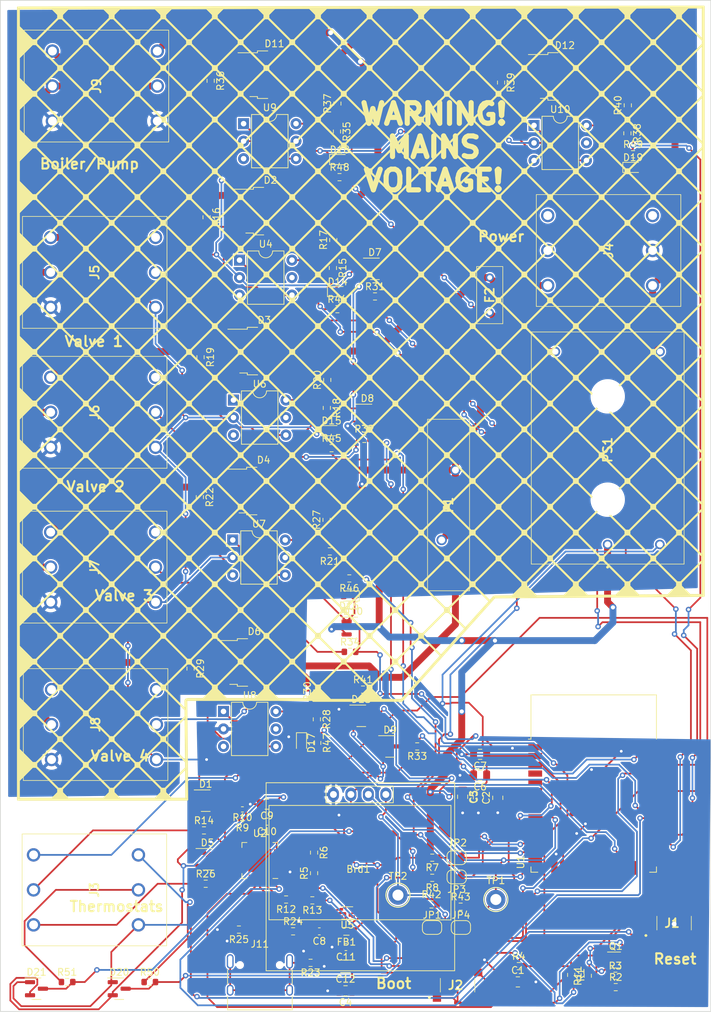
<source format=kicad_pcb>
(kicad_pcb (version 20211014) (generator pcbnew)
  (layers (0 "F.Cu" signal) (31 "B.Cu" signal) (34 "B.Paste" user) (35 "F.Paste" user) (36 "B.SilkS" user "B.Silkscreen") (37 "F.SilkS" user "F.Silkscreen") (38 "B.Mask" user) (39 "F.Mask" user) (44 "Edge.Cuts" user))
  (net 0 "")
  (net 1 "/ESP32/EN")
  (net 2 "GND")
  (net 3 "/ESP32/sheet61EA3917/VBUS")
  (net 4 "Net-(C8-Pad1)")
  (net 5 "+3V3")
  (net 6 "/ESP32/IO18")
  (net 7 "Net-(D2-Pad3)")
  (net 8 "LINE")
  (net 9 "Net-(D3-Pad3)")
  (net 10 "Net-(D4-Pad3)")
  (net 11 "/ESP32/IO21")
  (net 12 "Net-(D6-Pad3)")
  (net 13 "/ESP32/IO22")
  (net 14 "/ESP32/IO23")
  (net 15 "/ESP32/IO25")
  (net 16 "/ESP32/IO26")
  (net 17 "Net-(D11-Pad3)")
  (net 18 "Net-(D12-Pad3)")
  (net 19 "/ESP32/IO27")
  (net 20 "Net-(F1-Pad1)")
  (net 21 "Net-(F2-Pad2)")
  (net 22 "/ESP32/~{RESET}")
  (net 23 "/ESP32/GPIO_0")
  (net 24 "/DHW_Thermostat")
  (net 25 "/Spare_Thermostat")
  (net 26 "Earth")
  (net 27 "NEUT")
  (net 28 "/Valve_Microswitch_1")
  (net 29 "/Valve_Microswitch_2")
  (net 30 "/Valve_Microswitch_3")
  (net 31 "/Valve_Microswitch_4")
  (net 32 "Net-(D14-Pad2)")
  (net 33 "/ESP32/sheet61EA3917/USB_D+")
  (net 34 "/ESP32/sheet61EA3917/USB_D-")
  (net 36 "Net-(D15-Pad2)")
  (net 38 "Net-(J11-PadS1)")
  (net 39 "/ESP32/IO34")
  (net 40 "Net-(JP2-Pad2)")
  (net 41 "/ESP32/IO35")
  (net 42 "Net-(JP3-Pad2)")
  (net 43 "Net-(Q1-Pad2)")
  (net 44 "/ESP32/DTR")
  (net 45 "Net-(Q1-Pad5)")
  (net 46 "/ESP32/RTS")
  (net 47 "Net-(R5-Pad1)")
  (net 48 "/ESP32/sheet61EA3917/D+")
  (net 49 "Net-(R6-Pad1)")
  (net 50 "/ESP32/sheet61EA3917/D-")
  (net 51 "Net-(R10-Pad1)")
  (net 52 "/ESP32/ESP_RXD")
  (net 53 "Net-(R12-Pad2)")
  (net 54 "/ESP32/ESP_TXD")
  (net 55 "Net-(R13-Pad2)")
  (net 56 "/ESP32/IO12")
  (net 57 "Net-(R15-Pad2)")
  (net 58 "Net-(R17-Pad1)")
  (net 59 "/ESP32/IO13")
  (net 60 "Net-(R18-Pad2)")
  (net 61 "Net-(R20-Pad1)")
  (net 62 "/ESP32/IO14")
  (net 63 "Net-(R21-Pad2)")
  (net 64 "Net-(R27-Pad1)")
  (net 65 "/ESP32/IO15")
  (net 66 "Net-(R28-Pad2)")
  (net 67 "Net-(R30-Pad1)")
  (net 68 "/Boiler Out/Trigger")
  (net 69 "Net-(R35-Pad2)")
  (net 70 "Net-(R37-Pad1)")
  (net 71 "/ESP32/IO17")
  (net 72 "Net-(R38-Pad2)")
  (net 73 "Net-(R40-Pad1)")
  (net 76 "/ESP32/IO32")
  (net 77 "/ESP32/IO33")
  (net 84 "/ESP32/IO2")
  (net 85 "/ESP32/CRX")
  (net 86 "/ESP32/CTX")
  (net 87 "/ESP32/IO19")
  (net 119 "Net-(D16-Pad2)")
  (net 120 "Net-(D17-Pad2)")
  (net 121 "Net-(D18-Pad2)")
  (net 122 "Net-(D19-Pad2)")
  (net 123 "Net-(J11-PadA5)")
  (net 124 "Net-(J11-PadB5)")
  (net 125 "Net-(JP1-Pad1)")
  (net 126 "Net-(JP4-Pad1)")
  (net 127 "/Valve Out 1/Switched")
  (net 128 "/Valve Out 2/Switched")
  (net 129 "/Valve Out 3/Switched")
  (net 130 "/Valve Out 4/Switched")
  (net 131 "/Boiler Out/Switched")
  (net 132 "/Pump Out/Switched")
  (net 140 "/Spare_Thermostat_2")
  (net 141 "/Spare_Thermostat_3")
  (net 142 "/Spare_Thermostat_4")
  (footprint "SamacSys_Parts:736303" (layer "F.Cu") (at 29.972 162.433 90)
    (fp_text reference "J3")
    (fp_text value "76829-0104" hide)
  )
  (footprint "Capacitor_SMD:C_0805_2012Metric" (layer "F.Cu") (at 48.641 144.907 180)
    (fp_text reference "C9")
    (fp_text value "100nF")
  )
  (footprint "Resistor_SMD:R_0603_1608Metric" (layer "F.Cu") (at 59.1945 53.866)
    (fp_text reference "R48")
    (fp_text value "1K")
  )
  (footprint "Resistor_SMD:R_0603_1608Metric" (layer "F.Cu") (at 54.991 167.946 180)
    (fp_text reference "R23")
    (fp_text value "1M")
  )
  (footprint "SamacSys_Parts:736303" (layer "F.Cu") (at 104.698 69.596 90)
    (fp_text reference "J4")
    (fp_text value "76829-0104" hide)
  )
  (footprint "Package_TO_SOT_SMD:SOT-23" (layer "F.Cu") (at 40.005 152.908)
    (fp_text reference "D5")
    (fp_text value "~")
  )
  (footprint "Package_TO_SOT_SMD:SOT-23" (layer "F.Cu") (at 62.357 132.08)
    (fp_text reference "D13")
    (fp_text value "~")
  )
  (footprint "Resistor_SMD:R_0603_1608Metric" (layer "F.Cu") (at 39.497 148.717)
    (fp_text reference "R14")
    (fp_text value "~")
  )
  (footprint "Resistor_SMD:R_0603_1608Metric" (layer "F.Cu") (at 82.677 40.132 -90)
    (fp_text reference "R39")
    (fp_text value "360R")
  )
  (footprint "Package_TO_SOT_SMD:TO-252-3_TabPin4" (layer "F.Cu") (at 48.168 99.44)
    (fp_text reference "D4")
    (fp_text value "ACS2")
  )
  (footprint "Resistor_SMD:R_0603_1608Metric" (layer "F.Cu") (at 72.55852 159.46252)
    (fp_text reference "R42")
    (fp_text value "10K")
  )
  (footprint "Package_TO_SOT_SMD:SOT-23" (layer "F.Cu") (at 63.246 88.392)
    (fp_text reference "D8")
    (fp_text value "~")
  )
  (footprint "Package_DIP:DIP-6_W7.62mm" (layer "F.Cu") (at 45.255 46.1)
    (fp_text reference "U9")
    (fp_text value "MOC3061M")
  )
  (footprint "Connector_USB:USB_C_Receptacle_HRO_TYPE-C-31-M-12" (layer "F.Cu") (at 47.625 170.867)
    (fp_text reference "J11")
    (fp_text value "USB_C_Receptacle_USB2.0")
  )
  (footprint "Resistor_SMD:R_0603_1608Metric" (layer "F.Cu") (at 92.86352 169.69852 90)
    (fp_text reference "R1")
    (fp_text value "12K")
  )
  (footprint "Resistor_SMD:R_0603_1608Metric" (layer "F.Cu") (at 40.469 39.877 -90)
    (fp_text reference "R36")
    (fp_text value "360R")
  )
  (footprint "Capacitor_SMD:C_0603_1608Metric" (layer "F.Cu") (at 48.641 147.447 180)
    (fp_text reference "C10")
    (fp_text value "4.7uF")
  )
  (footprint "LED_SMD:LED_0603_1608Metric" (layer "F.Cu") (at 60.579 114.681 180)
    (fp_text reference "D16")
    (fp_text value "RED")
  )
  (footprint "Jumper:SolderJumper-2_P1.3mm_Open_RoundedPad1.0x1.5mm" (layer "F.Cu") (at 76.22652 152.68052 180)
    (fp_text reference "JP2")
    (fp_text value "SolderJumper_2_Bridged")
  )
  (footprint "Resistor_SMD:R_0603_1608Metric" (layer "F.Cu") (at 55.904 132.587 -90)
    (fp_text reference "R28")
    (fp_text value "270R")
  )
  (footprint "Resistor_SMD:R_0603_1608Metric" (layer "F.Cu") (at 58.039 93.218)
    (fp_text reference "R45")
    (fp_text value "1K")
  )
  (footprint "Jumper:SolderJumper-2_P1.3mm_Bridged_RoundedPad1.0x1.5mm" (layer "F.Cu") (at 72.644 162.814)
    (fp_text reference "JP1")
    (fp_text value "i2cPU")
  )
  (footprint "SamacSys_Parts:MFRM0052402" (layer "F.Cu") (at 81.026 70.993 -90)
    (fp_text reference "F2")
    (fp_text value "MF-RM005_240-2" hide)
  )
  (footprint "Capacitor_SMD:C_0603_1608Metric" (layer "F.Cu") (at 60.123 165.66 180)
    (fp_text reference "C11")
    (fp_text value "10nF/100V")
  )
  (footprint "Resistor_SMD:R_0603_1608Metric" (layer "F.Cu") (at 58.293 62.992 90)
    (fp_text reference "R17")
    (fp_text value "360R")
  )
  (footprint "Capacitor_SMD:C_0805_2012Metric" (layer "F.Cu") (at 79.629 140.716 180)
    (fp_text reference "C6")
    (fp_text value "1uF")
  )
  (footprint "Inductor_SMD:L_0805_2012Metric" (layer "F.Cu") (at 60.198 163.374 180)
    (fp_text reference "FB1")
    (fp_text value "Ferrite_Bead")
  )
  (footprint "Resistor_SMD:R_0603_1608Metric" (layer "F.Cu") (at 72.67052 155.60152 180)
    (fp_text reference "R8")
    (fp_text value "10K")
  )
  (footprint "Package_TO_SOT_SMD:SOT-363_SC-70-6" (layer "F.Cu") (at 99.34052 167.53952)
    (fp_text reference "Q1")
    (fp_text value "MBT3904DW1")
  )
  (footprint "Package_DIP:DIP-6_W7.62mm" (layer "F.Cu") (at 44.664 65.913)
    (fp_text reference "U4")
    (fp_text value "MOC3061M")
  )
  (footprint "Resistor_SMD:R_0603_1608Metric" (layer "F.Cu") (at 58.888 73.035)
    (fp_text reference "R44")
    (fp_text value "1K")
  )
  (footprint "Resistor_SMD:R_0603_1608Metric" (layer "F.Cu") (at 99.28652 169.82552)
    (fp_text reference "R3")
    (fp_text value "10K")
  )
  (footprint "Resistor_SMD:R_0603_1608Metric" (layer "F.Cu") (at 52.451 163.374)
    (fp_text reference "R24")
    (fp_text value "5.1K")
  )
  (footprint "Resistor_SMD:R_0603_1608Metric" (layer "F.Cu") (at 37.548 125.221 -90)
    (fp_text reference "R29")
    (fp_text value "360R")
  )
  (footprint "Package_TO_SOT_SMD:SOT-23" (layer "F.Cu") (at 15.158 171.704)
    (fp_text reference "D21")
    (fp_text value "~")
  )
  (footprint "SamacSys_Parts:431151015826" (layer "F.Cu") (at 107.823 162.179)
    (fp_text reference "J1")
    (fp_text value "431151015826" hide)
  )
  (footprint "Resistor_SMD:R_0603_1608Metric" (layer "F.Cu") (at 101.854 50.546)
    (fp_text reference "R49")
    (fp_text value "1K")
  )
  (footprint "SamacSys_Parts:431151015826" (layer "F.Cu") (at 76.35352 171.196)
    (fp_text reference "J2")
    (fp_text value "431151015826" hide)
  )
  (footprint "Jumper:SolderJumper-2_P1.3mm_Bridged_RoundedPad1.0x1.5mm" (layer "F.Cu") (at 76.835 162.814)
    (fp_text reference "JP4")
    (fp_text value "i2cPU")
  )
  (footprint "SamacSys_Parts:736303" (layer "F.Cu") (at 17.222 105.41 -90)
    (fp_text reference "J7")
    (fp_text value "76829-0104" hide)
  )
  (footprint "Resistor_SMD:R_0603_1608Metric" (layer "F.Cu") (at 55.245 158.877 180)
    (fp_text reference "R13")
    (fp_text value "470R")
  )
  (footprint "Resistor_SMD:R_0603_1608Metric" (layer "F.Cu") (at 76.79752 159.79252)
    (fp_text reference "R43")
    (fp_text value "10K")
  )
  (footprint "Package_TO_SOT_SMD:TO-252-3_TabPin4" (layer "F.Cu") (at 91.948 39.243)
    (fp_text reference "D12")
    (fp_text value "ACS2")
  )
  (footprint "Resistor_SMD:R_0603_1608Metric" (layer "F.Cu") (at 58.234 67.056 -90)
    (fp_text reference "R15")
    (fp_text value "270R")
  )
  (footprint "SamacSys_Parts:IRM015" (layer "F.Cu") (at 98.151 107.197 90)
    (fp_text reference "PS1")
    (fp_text value "IRM-01-3.3" hide)
  )
  (footprint "Andrew_Custom:128x64OLED" (layer "F.Cu") (at 61.93 154.098)
    (fp_text reference "Brd1")
    (fp_text value "SSD1306")
  )
  (footprint "Resistor_SMD:R_0603_1608Metric" (layer "F.Cu") (at 64.355 71.186)
    (fp_text reference "R31")
    (fp_text value "~")
  )
  (footprint "Resistor_SMD:R_0603_1608Metric" (layer "F.Cu") (at 57.354 87.376 -90)
    (fp_text reference "R18")
    (fp_text value "270R")
  )
  (footprint "Resistor_SMD:R_0603_1608Metric" (layer "F.Cu") (at 55.963 128.523 90)
    (fp_text reference "R30")
    (fp_text value "360R")
  )
  (footprint "Resistor_SMD:R_0603_1608Metric" (layer "F.Cu") (at 38.998 80.01 -90)
    (fp_text reference "R19")
    (fp_text value "360R")
  )
  (footprint "Package_DIP:DIP-6_W7.62mm" (layer "F.Cu") (at 43.683 106.552)
    (fp_text reference "U7")
    (fp_text value "MOC3061M")
  )
  (footprint "Resistor_SMD:R_0603_1608Metric" (layer "F.Cu") (at 31.628 170.734)
    (fp_text reference "R50")
    (fp_text value "~")
  )
  (footprint "SamacSys_Parts:LVR200S240" (layer "F.Cu") (at 74.041 106.553 90)
    (fp_text reference "F1")
    (fp_text value "LVR200S-240" hide)
  )
  (footprint "LED_SMD:LED_0603_1608Metric" (layer "F.Cu") (at 58.928 70.485)
    (fp_text reference "D14")
    (fp_text value "RED")
  )
  (footprint "Resistor_SMD:R_0603_1608Metric" (layer "F.Cu") (at 62.611 128.27)
    (fp_text reference "R41")
    (fp_text value "~")
  )
  (footprint "Resistor_SMD:R_0603_1608Metric" (layer "F.Cu") (at 55.499 154.928 90)
    (fp_text reference "R5")
    (fp_text value "27R")
  )
  (footprint "Package_TO_SOT_SMD:TO-252-3_TabPin4" (layer "F.Cu") (at 46.819 124.332)
    (fp_text reference "D6")
    (fp_text value "ACS2")
  )
  (footprint "Resistor_SMD:R_0603_1608Metric" (layer "F.Cu") (at 38.897 100.329 -90)
    (fp_text reference "R22")
    (fp_text value "360R")
  )
  (footprint "Capacitor_SMD:C_1206_3216Metric" (layer "F.Cu") (at 60.071 168.454 180)
    (fp_text reference "C12")
    (fp_text value "10uF")
  )
  (footprint "Resistor_SMD:R_0603_1608Metric" (layer "F.Cu") (at 39.751 156.464)
    (fp_text reference "R26")
    (fp_text value "~")
  )
  (footprint "Capacitor_SMD:C_0805_2012Metric" (layer "F.Cu") (at 79.375 143.891 90)
    (fp_text reference "C5")
    (fp_text value "100nF")
  )
  (footprint "Package_TO_SOT_SMD:SOT-23" (layer "F.Cu") (at 66.548 136.525)
    (fp_text reference "D9")
    (fp_text value "~")
  )
  (footprint "LED_SMD:LED_0603_1608Metric" (layer "F.Cu") (at 53.672 136.02 -90)
    (fp_text reference "D17")
    (fp_text value "RED")
  )
  (footprint "Resistor_SMD:R_0603_1608Metric" (layer "F.Cu") (at 58.884 43.179 90)
    (fp_text reference "R37")
    (fp_text value "360R")
  )
  (footprint "Resistor_SMD:R_0603_1608Metric" (layer "F.Cu") (at 60.619 112.131 180)
    (fp_text reference "R46")
    (fp_text value "1K")
  )
  (footprint "RF_Module:ESP32-WROOM-32" (layer "F.Cu") (at 96.139 144.907)
    (fp_text reference "U1")
    (fp_text value "ESP32-WROOM-32U")
  )
  (footprint "Package_TO_SOT_SMD:SOT-23" (layer "F.Cu") (at 64.3405 67.183)
    (fp_text reference "D7")
    (fp_text value "~")
  )
  (footprint "Resistor_SMD:R_0603_1608Metric" (layer "F.Cu") (at 62.806 91.872)
    (fp_text reference "R32")
    (fp_text value "~")
  )
  (footprint "LED_SMD:LED_0603_1608Metric" (layer "F.Cu") (at 58.039 90.678)
    (fp_text reference "D15")
    (fp_text value "RED")
  )
  (footprint "Capacitor_SMD:C_0805_2012Metric" (layer "F.Cu") (at 82.19552 143.98352 90)
    (fp_text reference "C2")
    (fp_text value "100nF")
  )
  (footprint "SamacSys_Parts:736303" (layer "F.Cu") (at 17.222 62.611 -90)
    (fp_text reference "J5")
    (fp_text value "76829-0104" hide)
  )
  (footprint "Package_DIP:DIP-6_W7.62mm" (layer "F.Cu") (at 87.463 46.355)
    (fp_text reference "U10")
    (fp_text value "MOC3061M")
  )
  (footprint "Resistor_SMD:R_0603_1608Metric" (layer "F.Cu") (at 85.24352 168.42852)
    (fp_text reference "R4")
    (fp_text value "22R")
  )
  (footprint "Resistor_SMD:R_0603_1608Metric" (layer "F.Cu") (at 101.033 47.498 -90)
    (fp_text reference "R38")
    (fp_text value "270R")
  )
  (footprint "TestPoint:TestPoint_Keystone_5005-5009_Compact" (layer "F.Cu") (at 81.915 158.75)
    (fp_text reference "TP1")
    (fp_text value "TestPoint")
  )
  (footprint "Resistor_SMD:R_0603_1608Metric" (layer "F.Cu") (at 58.825 47.243 -90)
    (fp_text reference "R35")
    (fp_text value "270R")
  )
  (footprint "Resistor_SMD:R_0603_1608Metric" (layer "F.Cu") (at 44.577 163.12 180)
    (fp_text reference "R25")
    (fp_text value "~")
  )
  (footprint "Resistor_SMD:R_0603_1608Metric" (layer "F.Cu") (at 55.499 151.944 -90)
    (fp_text reference "R6")
    (fp_text value "27R")
  )
  (footprint "SamacSys_Parts:736303" (layer "F.Cu") (at 17.349 128.27 -90)
    (fp_text reference "J8")
    (fp_text value "76829-0104" hide)
  )
  (footprint "Capacitor_SMD:C_0805_2012Metric" (layer "F.Cu") (at 79.629 137.668 180)
    (fp_text reference "C7")
    (fp_text value "100nF")
  )
  (footprint "Resistor_SMD:R_0603_1608Metric" (layer "F.Cu") (at 39.878 59.69 -90)
    (fp_text reference "R16")
    (fp_text value "360R")
  )
  (footprint "Resistor_SMD:R_0603_1608Metric" (layer "F.Cu") (at 101.092 43.434 90)
    (fp_text reference "R40")
    (fp_text value "360R")
  )
  (footprint "SamacSys_Parts:736303" (layer "F.Cu") (at 17.222 82.931 -90)
    (fp_text reference "J6")
    (fp_text value "76829-0104" hide)
  )
  (footprint "Package_TO_SOT_SMD:SOT-23" (layer "F.Cu") (at 61.1655 119.31325)
    (fp_text reference "D10")
    (fp_text value "~")
  )
  (footprint "Resistor_SMD:R_0603_1608Metric" (layer "F.Cu") (at 95.27652 169.82552 90)
    (fp_text reference "R11")
    (fp_text value "10K")
  )
  (footprint "Resistor_SMD:R_0603_1608Metric" (layer "F.Cu") (at 60.7255 122.79325)
    (fp_text reference "R34")
    (fp_text value "~")
  )
  (footprint "Resistor_SMD:R_0402_1005Metric" (layer "F.Cu") (at 45.083 147.066)
    (fp_text reference "R9")
    (fp_text value "24K")
  )
  (footprint "LED_SMD:LED_0603_1608Metric" (layer "F.Cu") (at 59.2345 51.316)
    (fp_text reference "D18")
    (fp_text value "RED")
  )
  (footprint "Package_TO_SOT_SMD:SOT-23" (layer "F.Cu") (at 39.751 144.399)
    (fp_text reference "D1")
    (fp_text value "~")
  )
  (footprint "Package_TO_SOT_SMD:SOT-666" (layer "F.Cu") (at 60.325 160.707 180)
    (fp_text reference "U5")
    (fp_text value "~")
  )
  (footprint "Package_TO_SOT_SMD:SOT-23" (layer "F.Cu") (at 27.178 171.704)
    (fp_text reference "D20")
    (fp_text value "~")
  )
  (footprint "TestPoint:TestPoint_Keystone_5005-5009_Compact" (layer "F.Cu") (at 67.691 158.115)
    (fp_text reference "TP2")
    (fp_text value "TestPoint")
  )
  (footprint "Capacitor_SMD:C_0805_2012Metric" (layer "F.Cu") (at 60.071 172.01 180)
    (fp_text reference "C4")
    (fp_text value "1.0uF")
  )
  (footprint "SamacSys_Parts:736303" (layer "F.Cu") (at 17.476 35.56 -90)
    (fp_text reference "J9")
    (fp_text value "76829-0104" hide)
  )
  (footprint "Package_TO_SOT_SMD:TO-252-3_TabPin4" (layer "F.Cu") (at 49.74 38.988)
    (fp_text reference "D11")
    (fp_text value "ACS2")
  )
  (footprint "Resistor_SMD:R_0402_1005Metric" (layer "F.Cu") (at 45.083 145.669 180)
    (fp_text reference "R10")
    (fp_text value "47K")
  )
  (footprint "Package_DIP:DIP-6_W7.62mm" (layer "F.Cu") (at 42.334 131.444)
    (fp_text reference "U8")
    (fp_text value "MOC3061M")
  )
  (footprint "Resistor_SMD:R_0603_1608Metric" (layer "F.Cu") (at 57.785 108.204 180)
    (fp_text reference "R21")
    (fp_text value "270R")
  )
  (footprint "Resistor_SMD:R_0603_1608Metric" (layer "F.Cu") (at 99.34052 171.47652)
    (fp_text reference "R2")
    (fp_text value "10K")
  )
  (footprint "Capacitor_SMD:C_0603_1608Metric" (layer "F.Cu") (at 56.261 163.374 180)
    (fp_text reference "C8")
    (fp_text value "10nF/100V")
  )
  (footprint "Package_DIP:DIP-6_W7.62mm" (layer "F.Cu") (at 43.784 86.233)
    (fp_text reference "U6")
    (fp_text value "MOC3061M")
  )
  (footprint "Resistor_SMD:R_0603_1608Metric" (layer "F.Cu") (at 72.67052 152.68052 180)
    (fp_text reference "R7")
    (fp_text value "10K")
  )
  (footprint "LED_SMD:LED_0603_1608Metric" (layer "F.Cu") (at 101.854 52.451)
    (fp_text reference "D19")
    (fp_text value "RED")
  )
  (footprint "Jumper:SolderJumper-2_P1.3mm_Bridged_RoundedPad1.0x1.5mm" (layer "F.Cu") (at 76.22652 155.47452 180)
    (fp_text reference "JP3")
    (fp_text value "SolderJumper_2_Bridged")
  )
  (footprint "Capacitor_SMD:C_0805_2012Metric" (layer "F.Cu") (at 85.11652 170.71452)
    (fp_text reference "C1")
    (fp_text value "1uF")
  )
  (footprint "Resistor_SMD:R_0603_1608Metric" (layer "F.Cu") (at 19.608 170.734)
    (fp_text reference "R51")
    (fp_text value "~")
  )
  (footprint "Resistor_SMD:R_0603_1608Metric" (layer "F.Cu") (at 70.485 136.525 180)
    (fp_text reference "R33")
    (fp_text value "~")
  )
  (footprint "Package_TO_SOT_SMD:TO-252-3_TabPin4" (layer "F.Cu") (at 49.149 58.801)
    (fp_text reference "D2")
    (fp_text value "ACS2")
  )
  (footprint "Resistor_SMD:R_0603_1608Metric" (layer "F.Cu") (at 57.312 103.631 90)
    (fp_text reference "R27")
    (fp_text value "360R")
  )
  (footprint "Resistor_SMD:R_0603_1608Metric" (layer "F.Cu") (at 57.413 83.312 90)
    (fp_text reference "R20")
    (fp_text value "360R")
  )
  (footprint "Resistor_SMD:R_0603_1608Metric" (layer "F.Cu") (at 55.958 136.02 -90)
    (fp_text reference "R47")
    (fp_text value "1K")
  )
  (footprint "Resistor_SMD:R_0603_1608Metric" (layer "F.Cu") (at 51.435 158.75 180)
    (fp_text reference "R12")
    (fp_text value "470R")
  )
  (footprint "Package_DFN_QFN:QFN-28-1EP_5x5mm_P0.5mm_EP3.35x3.35mm" (layer "F.Cu") (at 47.625 153.087 180)
    (fp_text reference "U2")
    (fp_text value "CP2102N-A01-GQFN28")
  )
  (footprint "Package_TO_SOT_SMD:TO-252-3_TabPin4" (layer "F.Cu") (at 48.269 79.121)
    (fp_text reference "D3")
    (fp_text value "ACS2")
  )
  (footprint "Capacitor_SMD:C_0805_2012Metric" (layer "F.Cu") (at 77.089 143.83 -90)
    (fp_text reference "C3")
    (fp_text value "100nF")
  )
  (gr_rect (start 9.906 28.194) (end 113.157 175.006) (layer "Edge.Cuts") (width 0.1) (fill none))
  (gr_text "Valve 3" (at 27.883 114.637) (layer "F.SilkS") (effects (font (size 1.5 1.5) (thickness 0.3))))
  (gr_text "Reset" (at 107.95 167.386) (layer "F.SilkS") (effects (font (size 1.5 1.5) (thickness 0.3))))
  (gr_text "WARNING!\nMAINS\nVOLTAGE!" (at 72.898 49.53) (layer "F.SilkS") (effects (font (size 3 3) (thickness 0.75))))
  (gr_text "Valve 2" (at 23.749 98.806) (layer "F.SilkS") (effects (font (size 1.5 1.5) (thickness 0.3))))
  (gr_text "Thermostats" (at 26.797 159.766) (layer "F.SilkS") (effects (font (size 1.5 1.5) (thickness 0.3))))
  (gr_text "Power" (at 82.677 62.484) (layer "F.SilkS") (effects (font (size 1.5 1.5) (thickness 0.3))))
  (gr_text "Boiler/Pump" (at 22.86 51.943) (layer "F.SilkS") (effects (font (size 1.5 1.5) (thickness 0.3))))
  (gr_text "Boot" (at 67.056 170.942) (layer "F.SilkS") (effects (font (size 1.5 1.5) (thickness 0.3))))
  (gr_text "Valve 1" (at 23.495 77.724) (layer "F.SilkS") (effects (font (size 1.5 1.5) (thickness 0.3))))
  (gr_text "Valve 4" (at 27.305 137.922) (layer "F.SilkS") (effects (font (size 1.5 1.5) (thickness 0.3))))
  (segment (start 84.16652 170.71452) (end 84.16652 168.68052) (width 0.25) (layer "F.Cu") (net 1))
  (segment (start 88.963511 149.805103) (end 91.313 147.455614) (width 0.25) (layer "F.Cu") (net 1))
  (segment (start 84.41852 168.42852) (end 88.963511 163.883529) (width 0.25) (layer "F.Cu") (net 1))
  (segment (start 91.313 147.455614) (end 91.313 141.859) (width 0.25) (layer "F.Cu") (net 1))
  (segment (start 91.313 141.859) (end 88.646 139.192) (width 0.25) (layer "F.Cu") (net 1))
  (segment (start 88.963511 163.883529) (end 88.963511 149.805103) (width 0.25) (layer "F.Cu") (net 1))
  (segment (start 84.16652 168.68052) (end 84.41852 168.42852) (width 0.25) (layer "F.Cu") (net 1))
  (segment (start 88.646 139.192) (end 87.639 139.192) (width 0.25) (layer "F.Cu") (net 1))
  (segment (start 73.35352 173.046) (end 75.67852 173.046) (width 0.25) (layer "F.Cu") (net 2))
  (segment (start 30.3965 65.1075) (end 30.099 65.405) (width 0.25) (layer "F.Cu") (net 2))
  (segment (start 79.375 144.841) (end 79.375 146.177) (width 0.25) (layer "F.Cu") (net 2))
  (segment (start 39.0675 151.8135) (end 40.513 150.368) (width 0.25) (layer "F.Cu") (net 2))
  (segment (start 58.447 51.316) (end 57.186489 50.055489) (width 0.25) (layer "F.Cu") (net 2))
  (segment (start 75.67852 173.046) (end 76.35352 173.721) (width 0.25) (layer "F.Cu") (net 2))
  (segment (start 75.336007 130.302) (end 75.463007 130.175) (width 0.25) (layer "F.Cu") (net 2))
  (segment (start 107.823 159.654) (end 107.823 162.306) (width 0.25) (layer "F.Cu") (net 2))
  (segment (start 47.691 144.907) (end 47.691 147.272) (width 0.25) (layer "F.Cu") (net 2))
  (segment (start 38.8135 143.449) (end 38.8135 139.4945) (width 0.25) (layer "F.Cu") (net 2))
  (segment (start 28.448 134.289) (end 32.589 138.43) (width 0.25) (layer "F.Cu") (net 2))
  (segment (start 62.3925 66.233) (end 60.62975 67.99575) (width 0.25) (layer "F.Cu") (net 2))
  (segment (start 56.388 90.678) (end 55.88 91.186) (width 0.25) (layer "F.Cu") (net 2))
  (segment (start 107.823 164.704) (end 110.148 164.704) (width 0.25) (layer "F.Cu") (net 2))
  (segment (start 57.837 172.01) (end 57.479 172.01) (width 0.25) (layer "F.Cu") (net 2))
  (segment (start 59.348 165.66) (end 58.114 165.66) (width 0.25) (layer "F.Cu") (net 2))
  (segment (start 78.679 137.668) (end 76.962 137.668) (width 0.25) (layer "F.Cu") (net 2))
  (segment (start 98.925989 50.310489) (end 90.696489 50.310489) (width 0.25) (layer "F.Cu") (net 2))
  (segment (start 86.06652 170.71452) (end 87.73048 170.71452) (width 0.25) (layer "F.Cu") (net 2))
  (segment (start 80.01 132.207) (end 80.01 135.128) (width 0.25) (layer "F.Cu") (net 2))
  (segment (start 50.075 153.587) (end 50.844 153.587) (width 0.25) (layer "F.Cu") (net 2))
  (segment (start 36.322 88.265) (end 36.83 88.773) (width 0.25) (layer "F.Cu") (net 2))
  (segment (start 104.823 164.029) (end 107.148 164.029) (width 0.25) (layer "F.Cu") (net 2))
  (segment (start 43.752 163.12) (end 41.454 163.12) (width 0.25) (layer "F.Cu") (net 2))
  (segment (start 11.811 171.323) (end 12.38 170.754) (width 0.25) (layer "F.Cu") (net 2))
  (segment (start 76.35352 173.721) (end 78.67852 173.721) (width 0.25) (layer "F.Cu") (net 2))
  (segment (start 41.3185 65.1075) (end 30.3965 65.1075) (width 0.25) (layer "F.Cu") (net 2))
  (segment (start 61.595 161.798) (end 62.357 161.036) (width 0.25) (layer "F.Cu") (net 2))
  (segment (start 80.01 135.128) (end 80.01 136.337) (width 0.25) (layer "F.Cu") (net 2))
  (segment (start 77.089 144.78) (end 77.089 146.177) (width 0.25) (layer "F.Cu") (net 2))
  (segment (start 28.448 121.92) (end 28.448 117.856) (width 0.25) (layer "F.Cu") (net 2))
  (segment (start 61.426511 161.798) (end 61.595 161.798) (width 0.25) (layer "F.Cu") (net 2))
  (segment (start 82.55 47.244) (end 83.82 48.514) (width 0.25) (layer "F.Cu") (net 2))
  (segment (start 68.072 47.244) (end 82.55 47.244) (width 0.25) (layer "F.Cu") (net 2))
  (segment (start 55.407 54.356) (end 42.037 54.356) (width 0.25) (layer "F.Cu") (net 2))
  (segment (start 46.228 144.907) (end 45.335 144.907) (width 0.25) (layer "F.Cu") (net 2))
  (segment (start 60.228 118.36325) (end 52.372239 110.507489) (width 0.25) (layer "F.Cu") (net 2))
  (segment (start 95.139 140.573) (end 95.8215 139.8905) (width 0.25) (layer "F.Cu") (net 2))
  (segment (start 63.403 66.233) (end 62.3925 66.233) (width 0.25) (layer "F.Cu") (net 2))
  (segment (start 94.9325 147.8915) (end 93.6625 149.1615) (width 0.25) (layer "F.Cu") (net 2))
  (segment (start 78.67852 173.721) (end 79.35352 173.046) (width 0.25) (layer "F.Cu") (net 2))
  (segment (start 95.139 144.152) (end 95.139 147.558) (width 0.25) (layer "F.Cu") (net 2))
  (segment (start 48.531489 50.055489) (end 47.116 48.64) (width 0.25) (layer "F.Cu") (net 2))
  (segment (start 95.139 147.558) (end 94.9325 147.7645) (width 0.25) (layer "F.Cu") (net 2))
  (segment (start 57.277 90.678) (end 60.513 87.442) (width 0.25) (layer "F.Cu") (net 2))
  (segment (start 58.31 145.94) (end 58.928 146.558) (width 0.25) (layer "F.Cu") (net 2))
  (segment (start 56.370511 50.055489) (end 48.531489 50.055489) (width 0.25) (layer "F.Cu") (net 2))
  (segment (start 44.375 166.822) (end 44.375 166.295) (width 0.25) (layer "F.Cu") (net 2))
  (segment (start 94.9325 147.7645) (end 94.9325 147.8915) (width 0.25) (layer "F.Cu") (net 2))
  (segment (start 45.335 144.907) (end 44.573 145.669) (width 0.25) (layer "F.Cu") (net 2))
  (segment (start 60.228 118.36325) (end 61.3665 117.22475) (width 0.25) (layer "F.Cu") (net 2))
  (segment (start 61.4195 131.13) (end 59.116 131.13) (width 0.25) (layer "F.Cu") (net 2))
  (segment (start 59.182 146.558) (end 59.1185 146.4945) (width 0.25) (layer "F.Cu") (net 2))
  (segment (start 90.696489 50.310489) (end 89.281 48.895) (width 0.25) (layer "F.Cu") (net 2))
  (segment (start 45.465 109.092) (end 43.683 109.092) (width 0.25) (layer "F.Cu") (net 2))
  (segment (start 60.62975 67.99575) (end 58.1405 70.485) (width 0.25) (layer "F.Cu") (net 2))
  (segment (start 84.328 136.779) (end 81.661 136.779) (width 0.25) (layer "F.Cu") (net 2))
  (segment (start 80.264 167.513) (end 82.296 169.545) (width 0.25) (layer "F.Cu") (net 2))
  (segment (start 50.875 166.822) (end 51.454 166.243) (width 0.25) (layer "F.Cu") (net 2))
  (segment (start 48.125 153.587) (end 50.075 153.587) (width 0.25) (layer "F.Cu") (net 2))
  (segment (start 58.31 143.498) (end 58.31 145.94) (width 0.25) (layer "F.Cu") (net 2))
  (segment (start 65.6105 135.575) (end 65.6105 135.3035) (width 0.25) (layer "F.Cu") (net 2))
  (segment (start 85.017 171.76404) (end 86.06652 170.71452) (width 0.25) (layer "F.Cu") (net 2))
  (segment (start 58.928 146.558) (end 59.182 146.558) (width 0.25) (layer "F.Cu") (net 2))
  (segment (start 51.816 135.128) (end 51.9205 135.2325) (width 0.25) (layer "F.Cu") (net 2))
  (segment (start 56.971 168.454) (end 56.324 168.454) (width 0.25) (layer "F.Cu") (net 2))
  (segment (start 26.035 171.196) (end 22.987 174.244) (width 0.25) (layer "F.Cu") (net 2))
  (segment (start 82.19552 144.93352) (end 82.19552 146.15048) (width 0.25) (layer "F.Cu") (net 2))
  (segment (start 61.25 160.707) (end 62.028 160.707) (width 0.25) (layer "F.Cu") (net 2))
  (segment (start 28.448 117.856) (end 30.734 115.57) (width 0.25) (layer "F.Cu") (net 2))
  (segment (start 53.672 135.2325) (end 51.9205 135.2325) (width 0.25) (layer "F.Cu") (net 2))
  (segment (start 78.679 140.716) (end 78.679 137.668) (width 0.25) (layer "F.Cu") (net 2))
  (segment (start 59.1185 146.4945) (end 59.055 146.431) (width 0.25) (layer "F.Cu") (net 2))
  (segment (start 28.448 127.254) (end 28.448 134.289) (width 0.25) (layer "F.Cu") (net 2))
  (segment (start 97.4725 139.8905) (end 95.8215 139.8905) (width 0.25) (layer "F.Cu") (net 2))
  (segment (start 44.375 166.295) (end 42.8625 164.7825) (width 0.25) (layer "F.Cu") (net 2))
  (segment (start 30.099 65.405) (end 30.099 70.408) (width 0.25) (layer "F.Cu") (net 2))
  (segment (start 101.0665 52.451) (end 98.925989 50.310489) (width 0.25) (layer "F.Cu") (net 2))
  (segment (start 62.028 160.707) (end 62.357 161.036) (width 0.25) (layer "F.Cu") (net 2))
  (segment (start 59.348 165.66) (end 59.89752 165.11048) (width 0.25) (layer "F.Cu") (net 2))
  (segment (start 53.276 163.374) (end 53.276 161.862) (width 0.25) (layer "F.Cu") (net 2))
  (segment (start 26.035 166.37) (end 26.035 171.196) (width 0.25) (layer "F.Cu") (net 2))
  (segment (start 90.424 152.4) (end 90.678 152.146) (width 0.25) (layer "F.Cu") (net 2))
  (segment (start 84.455 136.652) (end 84.328 136.779) (width 0.25) (layer "F.Cu") (net 2))
  (segment (start 76.35352 171.55048) (end 76.35352 173.721) (width 0.25) (layer "F.Cu") (net 2))
  (segment (start 36.322 81.915) (end 36.322 88.265) (width 0.25) (layer "F.Cu") (net 2))
  (segment (start 89.281 48.895) (end 87.463 48.895) (width 0.25) (layer "F.Cu") (net 2))
  (segment (start 57.2515 90.678) (end 56.388 90.678) (width 0.25) (layer "F.Cu") (net 2))
  (segment (start 59.89752 163.326991) (end 61.426511 161.798) (width 0.25) (layer "F.Cu") (net 2))
  (segment (start 83.678547 171.76404) (end 85.017 171.76404) (width 0.25) (layer "F.Cu") (net 2))
  (segment (start 59.89752 165.11048) (end 59.89752 163.326991) (width 0.25) (layer "F.Cu") (net 2))
  (segment (start 87.639 136.652) (end 84.455 136.652) (width 0.25) (layer "F.Cu") (net 2))
  (segment (start 52.372239 110.507489) (end 46.880489 110.507489) (width 0.25) (layer "F.Cu") (net 2))
  (segment (start 36.83 102.743) (end 36.83 111.125) (width 0.25) (layer "F.Cu") (net 2))
  (segment (start 65.6105 135.3035) (end 66.675 134.239) (width 0.25) (layer "F.Cu") (net 2))
  (segment (start 30.734 115.57) (end 32.462 115.57) (width 0.25) (layer "F.Cu") (net 2))
  (segment (start 50.844 153.587) (end 52.0065 154.7495) (width 0.25) (layer "F.Cu") (net 2))
  (segment (start 12.954 174.244) (end 11.811 173.101) (width 0.25) (layer "F.Cu") (net 2))
  (segment (start 81.661 136.779) (end 80.01 135.128) (width 0.25) (layer "F.Cu") (net 2))
  (segment (start 104.639 136.652) (end 100.711 136.652) (width 0.25) (layer "F.Cu") (net 2))
  (segment (start 47.691 144.907) (end 46.228 144.907) (width 0.25) (layer "F.Cu") (net 2))
  (segment (start 77.978 130.175) (end 80.01 132.207) (width 0.25) (layer "F.Cu") (net 2))
  (segment (start 60.513 87.442) (end 62.3085 87.442) (width 0.25) (layer "F.Cu") (net 2))
  (segment (start 39.0675 151.958) (end 39.0675 151.8135) (width 0.25) (layer "F.Cu") (net 2))
  (segment (start 59.121 172.01) (end 57.837 172.01) (width 0.25) (layer "F.Cu") (net 2))
  (segment (start 82.296 169.545) (end 82.296 170.381493) (width 0.25) (layer "F.Cu") (net 2))
  (segment (start 100.711 136.652) (end 100.1395 137.2235) (width 0.25) (layer "F.Cu") (net 2))
  (segment (start 76.35352 168.671) (end 76.35352 171.55048) (width 0.25) (layer "F.Cu") (net 2))
  (segment (start 29.972 162.433) (end 26.035 166.37) (width 0.25) (layer "F.Cu") (net 2))
  (segment (start 95.139 144.152) (end 95.139 140.573) (width 0.25) (layer "F.Cu") (net 2))
  (segment (start 82.296 170.381493) (end 83.678547 171.76404) (width 0.25) (layer "F.Cu") (net 2))
  (segment (start 107.148 164.029) (end 107.823 164.704) (width 0.25) (layer "F.Cu") (net 2))
  (segment (start 47.691 147.272) (end 47.866 147.447) (width 0.25) (layer "F.Cu") (net 2))
  (segment (start 11.811 173.101) (end 11.811 171.323) (width 0.25) (layer "F.Cu") (net 2))
  (segment (start 22.987 174.244) (end 12.954 174.244) (width 0.25) (layer "F.Cu") (net 2))
  (segment (start 78.679 140.716) (end 76.708 140.716) (width 0.25) (layer "F.Cu") (net 2))
  (segment (start 38.8135 139.4945) (end 39.878 138.43) (width 0.25) (layer "F.Cu") (net 2))
  (segment (start 75.463007 130.175) (end 77.978 130.175) (width 0.25) (layer "F.Cu") (net 2))
  (segment (start 110.148 164.704) (end 110.823 164.029) (width 0.25) (layer "F.Cu") (net 2))
  (segment (start 100.1395 137.2235) (end 97.4725 139.8905) (width 0.25) (layer "F.Cu") (net 2))
  (segment (start 90.424 154.162) (end 90.424 152.4) (width 0.25) (layer "F.Cu") (net 2))
  (segment (start 57.186489 50.055489) (end 56.370511 50.055489) (width 0.25) (layer "F.Cu") (net 2))
  (segment (start 56.324 168.454) (end 55.816 167.946) (width 0.25) (layer "F.Cu") (net 2))
  (segment (start 58.447 51.316) (end 55.407 54.356) (width 0.25) (layer "F.Cu") (net 2))
  (segment (start 61.3665 117.22475) (end 61.3665 114.681) (width 0.25) (layer "F.Cu") (net 2))
  (segment (start 107.823 162.306) (end 107.823 164.704) (width 0.25) (layer "F.Cu") (net 2))
  (segment (start 47.116 48.64) (end 45.255 48.64) (width 0.25) (layer "F.Cu") (net 2))
  (segment (start 46.880489 110.507489) (end 45.465 109.092) (width 0.25) (layer "F.Cu") (net 2))
  (segment (start 55.486 163.374) (end 53.276 163.374) (width 0.25) (layer "F.Cu") (net 2))
  (segment (start 30.099 70.408) (end 32.462 72.771) (width 0.25) (layer "F.Cu") (net 2))
  (segment (start 58.596 168.454) (end 56.971 168.454) (width 0.25) (layer "F.Cu") (net 2))
  (segment (start 12.38 170.754) (end 14.2205 170.754) (width 0.25) (layer "F.Cu") (net 2))
  (segment (start 47.625 153.087) (end 48.125 153.587) (width 0.25) (layer "F.Cu") (net 2))
  (segment (start 57.2515 90.678) (end 57.277 90.678) (width 0.25) (layer "F.Cu") (net 2))
  (segment (start 51.454 166.243) (end 53.975 166.243) (width 0.25) (layer "F.Cu") (net 2))
  (segment (start 74.168 130.302) (end 75.336007 130.302) (width 0.25) (layer "F.Cu") (net 2))
  (segment (start 80.01 136.337) (end 78.679 137.668) (width 0.25) (layer "F.Cu") (net 2))
  (via (at 68.072 47.244) (size 0.8) (drill 0.4) (layers "F.Cu" "B.Cu") (net 2))
  (via (at 42.037 54.356) (size 0.8) (drill 0.4) (layers "F.Cu" "B.Cu") (net 2))
  (via (at 82.19552 146.15048) (size 0.8) (drill 0.4) (layers "F.Cu" "B.Cu") (net 2))
  (via (at 76.35352 171.55048) (size 0.8) (drill 0.4) (layers "F.Cu" "B.Cu") (net 2))
  (via (at 55.88 91.186) (size 0.8) (drill 0.4) (layers "F.Cu" "B.Cu") (net 2))
  (via (at 107.823 162.306) (size 1) (drill 0.7) (layers "F.Cu" "B.Cu") (net 2))
  (via (at 39.878 138.43) (size 0.8) (drill 0.4) (layers "F.Cu" "B.Cu") (net 2))
  (via (at 46.228 144.907) (size 0.8) (drill 0.4) (layers "F.Cu" "B.Cu") (net 2))
  (via (at 41.3185 65.1075) (size 0.8) (drill 0.4) (layers "F.Cu" "B.Cu") (net 2))
  (via (at 40.513 150.368) (size 0.8) (drill 0.4) (layers "F.Cu" "B.Cu") (net 2))
  (via (at 79.375 146.177) (size 0.8) (drill 0.4) (layers "F.Cu" "B.Cu") (net 2))
  (via (at 94.9325 147.7645) (size 0.8) (drill 0.4) (layers "F.Cu" "B.Cu") (net 2))
  (via (at 76.962 137.668) (size 0.8) (drill 0.4) (layers "F.Cu" "B.Cu") (net 2))
  (via (at 51.816 135.128) (size 0.8) (drill 0.4) (layers "F.Cu" "B.Cu") (net 2))
  (via (at 28.448 121.92) (size 0.8) (drill 0.4) (layers "F.Cu" "B.Cu") (net 2))
  (via (at 53.276 161.862) (size 0.8) (drill 0.4) (layers "F.Cu" "B.Cu") (net 2))
  (via (at 28.448 127.254) (size 0.8) (drill 0.4) (layers "F.Cu" "B.Cu") (net 2))
  (via (at 36.83 111.125) (size 0.8) (drill 0.4) (layers "F.Cu" "B.Cu") (net 2))
  (via (at 59.116 131.13) (size 0.8) (drill 0.4) (layers "F.Cu" "B.Cu") (net 2))
  (via (at 93.6625 149.1615) (size 0.8) (drill 0.4) (layers "F.Cu" "B.Cu") (net 2))
  (via (at 77.089 146.177) (size 0.8) (drill 0.4) (layers "F.Cu" "B.Cu") (net 2))
  (via (at 76.708 140.716) (size 0.8) (drill 0.4) (layers "F.Cu" "B.Cu") (net 2))
  (via (at 52.0065 154.7495) (size 0.8) (drill 0.4) (layers "F.Cu" "B.Cu") (net 2))
  (via (at 74.168 130.302) (size 0.8) (drill 0.4) (layers "F.Cu" "B.Cu") (net 2))
  (via (at 53.975 166.243) (size 0.8) (drill 0.4) (layers "F.Cu" "B.Cu") (net 2))
  (via (at 90.678 152.146) (size 0.8) (drill 0.4) (layers "F.Cu" "B.Cu") (net 2))
  (via (at 36.83 88.773) (size 0.8) (drill 0.4) (layers "F.Cu" "B.Cu") (net 2))
  (via (at 41.454 163.12) (size 0.8) (drill 0.4) (layers "F.Cu" "B.Cu") (net 2))
  (via (at 84.328 136.779) (size 0.8) (drill 0.4) (layers "F.Cu" "B.Cu") (net 2))
  (via (at 58.114 165.66) (size 0.8) (drill 0.4) (layers "F.Cu" "B.Cu") (net 2))
  (via (at 36.322 81.915) (size 0.8) (drill 0.4) (layers "F.Cu" "B.Cu") (net 2))
  (via (at 100.1395 137.2235) (size 0.8) (drill 0.4) (layers "F.Cu" "B.Cu") (net 2))
  (via (at 56.971 168.454) (size 0.8) (drill 0.4) (layers "F.Cu" "B.Cu") (net 2))
  (via (at 60.62975 67.99575) (size 0.8) (drill 0.4) (layers "F.Cu" "B.Cu") (net 2))
  (via (at 66.675 134.239) (size 0.8) (drill 0.4) (layers "F.Cu" "B.Cu") (net 2))
  (via (at 57.479 172.01) (size 0.8) (drill 0.4) (layers "F.Cu" "B.Cu") (net 2))
  (via (at 42.8625 164.7825) (size 0.8) (drill 0.4) (layers "F.Cu" "B.Cu") (net 2))
  (via (at 87.73048 170.71452) (size 0.8) (drill 0.4) (layers "F.Cu" "B.Cu") (net 2))
  (via (at 56.370511 50.055489) (size 0.8) (drill 0.4) (layers "F.Cu" "B.Cu") (net 2))
  (via (at 83.82 48.514) (size 0.8) (drill 0.4) (layers "F.Cu" "B.Cu") (net 2))
  (via (at 80.264 167.513) (size 0.8) (drill 0.4) (layers "F.Cu" "B.Cu") (net 2))
  (via (at 59.1185 146.4945) (size 0.8) (drill 0.4) (layers "F.Cu" "B.Cu") (net 2))
  (via (at 36.83 102.743) (size 0.8) (drill 0.4) (layers "F.Cu" "B.Cu") (net 2))
  (via (at 95.8215 139.8905) (size 0.8) (drill 0.4) (layers "F.Cu" "B.Cu") (net 2))
  (segment (start 40.514 109.092) (end 43.683 109.092) (width 0.25) (layer "B.Cu") (net 2))
  (segment (start 92.057489 108.221511) (end 74.168 126.111) (width 0.25) (layer "B.Cu") (net 2))
  (segment (start 28.448 127.254) (end 28.448 121.92) (width 0.25) (layer "B.Cu") (net 2))
  (segment (start 74.168 130.302) (end 74.168 130.683) (width 0.25) (layer "B.Cu") (net 2))
  (segment (start 41.275 63.373) (end 41.275 65.064) (width 0.25) (layer "B.Cu") (net 2))
  (segment (start 104.726489 108.221511) (end 92.057489 108.221511) (width 0.25) (layer "B.Cu") (net 2))
  (segment (start 56.370511 50.055489) (end 65.260511 50.055489) (width 0.25) (layer "B.Cu") (net 2))
  (segment (start 74.168 126.111) (end 74.168 130.302) (width 0.25) (layer "B.Cu") (net 2))
  (segment (start 32.589 138.43) (end 39.878 138.43) (width 0.25) (layer "B.Cu") (net 2))
  (segment (start 37.846 162.433) (end 38.354 161.925) (width 0.25) (layer "B.Cu") (net 2))
  (segment (start 76.35352 171.42348) (end 80.264 167.513) (width 0.25) (layer "B.Cu") (net 2))
  (segment (start 105.751 107.197) (end 104.726489 108.221511) (width 0.25) (layer "B.Cu") (net 2))
  (segment (start 45.788511 69.577511) (end 44.664 68.453) (width 0.25) (layer "B.Cu") (net 2))
  (segment (start 36.83 88.773) (end 36.78 88.773) (width 0.25) (layer "B.Cu") (net 2))
  (segment (start 36.83 97.459) (end 36.83 102.743) (width 0.25) (layer "B.Cu") (net 2))
  (segment (start 84.201 48.895) (end 83.82 48.514) (width 0.25) (layer "B.Cu") (net 2))
  (segment (start 32.462 93.091) (end 36.83 97.459) (width 0.25) (layer "B.Cu") (net 2))
  (segment (start 65.260511 50.055489) (end 68.072 47.244) (width 0.25) (layer "B.Cu") (net 2))
  (segment (start 36.83 112.522) (end 33.782 115.57) (width 0.25) (layer "B.Cu") (net 2))
  (segment (start 42.037 54.356) (end 42.037 62.611) (width 0.25) (layer "B.Cu") (net 2))
  (segment (start 66.675 134.239) (end 62.225 134.239) (width 0.25) (layer "B.Cu") (net 2))
  (segment (start 41.3185 65.1075) (end 44.664 68.453) (width 0.25) (layer "B.Cu") (net 2))
  (segment (start 90.678 152.146) (end 93.6625 149.1615) (width 0.25) (layer "B.Cu") (net 2))
  (segment (start 62.225 134.239) (end 59.116 131.13) (width 0.25) (layer "B.Cu") (net 2))
  (segment (start 32.462 72.771) (end 32.462 78.055) (width 0.25) (layer "B.Cu") (net 2))
  (segment (start 32.462 78.055) (end 36.322 81.915) (width 0.25) (layer "B.Cu") (net 2))
  (segment (start 60.62975 67.99575) (end 59.047989 69.577511) (width 0.25) (layer "B.Cu") (net 2))
  (segment (start 43.784 88.773) (end 36.83 88.773) (width 0.25) (layer "B.Cu") (net 2))
  (segment (start 87.463 48.895) (end 84.201 48.895) (width 0.25) (layer "B.Cu") (net 2))
  (segment (start 32.462 115.57) (end 33.782 115.57) (width 0.25) (layer "B.Cu") (net 2))
  (segment (start 41.275 65.064) (end 41.3185 65.1075) (width 0.25) (layer "B.Cu") (net 2))
  (segment (start 36.78 88.773) (end 32.462 93.091) (width 0.25) (layer "B.Cu") (net 2))
  (segment (start 55.88 91.186) (end 54.882489 90.188489) (width 0.25) (layer "B.Cu") (net 2))
  (segment (start 33.782 115.57) (end 34.036 115.57) (width 0.25) (layer "B.Cu") (net 2))
  (segment (start 54.882489 90.188489) (end 45.199489 90.188489) (width 0.25) (layer "B.Cu") (net 2))
  (segment (start 34.036 115.57) (end 40.514 109.092) (width 0.25) (layer "B.Cu") (net 2))
  (segment (start 76.35352 171.55048) (end 76.35352 171.42348) (width 0.25) (layer "B.Cu") (net 2))
  (segment (start 36.83 111.125) (end 36.83 112.522) (width 0.25) (layer "B.Cu") (net 2))
  (segment (start 59.047989 69.577511) (end 45.788511 69.577511) (width 0.25) (layer "B.Cu") (net 2))
  (segment (start 45.199489 90.188489) (end 43.784 88.773) (width 0.25) (layer "B.Cu") (net 2))
  (segment (start 29.972 162.433) (end 37.846 162.433) (width 0.25) (layer "B.Cu") (net 2))
  (segment (start 42.037 62.611) (end 41.275 63.373) (width 0.25) (layer "B.Cu") (net 2))
  (segment (start 43.053 145.546) (end 43.053 144.399) (width 0.25) (layer "F.Cu") (net 3))
  (segment (start 61.2605 163.374) (end 61.2605 165.2975) (width 0.25) (layer "F.Cu") (net 3))
  (segment (start 61.2605 165.2975) (end 60.898 165.66) (width 0.25) (layer "F.Cu") (net 3))
  (segment (start 63.119 153.162) (end 63.119 161.5155) (width 0.25) (layer "F.Cu") (net 3))
  (segment (start 44.573 147.066) (end 43.053 145.546) (width 0.25) (layer "F.Cu") (net 3))
  (segment (start 43.053 144.399) (end 44.704 142.748) (width 0.25) (layer "F.Cu") (net 3))
  (segment (start 44.704 142.748) (end 52.705 142.748) (width 0.25) (layer "F.Cu") (net 3))
  (segment (start 52.705 142.748) (end 63.119 153.162) (width 0.25) (layer "F.Cu") (net 3))
  (segment (start 60.898 165.66) (end 61.021 165.783) (width 0.25) (layer "F.Cu") (net 3))
  (segment (start 61.021 165.783) (end 61.021 172.01) (width 0.25) (layer "F.Cu") (net 3))
  (segment (start 63.119 161.5155) (end 61.2605 163.374) (width 0.25) (layer "F.Cu") (net 3))
  (segment (start 50.075 165.75) (end 50.075 166.822) (width 0.25) (layer "F.Cu") (net 4))
  (segment (start 45.175 166.822) (end 45.175 167.717727) (width 0.25) (layer "F.Cu") (net 4))
  (segment (start 50.673 165.152) (end 50.075 165.75) (width 0.25) (layer "F.Cu") (net 4))
  (segment (start 60.049511 160.732489) (end 60.049511 162.459989) (width 0.25) (layer "F.Cu") (net 4))
  (segment (start 59.1355 163.374) (end 57.036 163.374) (width 0.25) (layer "F.Cu") (net 4))
  (segment (start 60.024022 160.707) (end 60.049511 160.732489) (width 0.25) (layer "F.Cu") (net 4))
  (segment (start 45.175 167.717727) (end 46.748273 169.291) (width 0.25) (layer "F.Cu") (net 4))
  (segment (start 49.815479 167.977248) (end 50.075 167.717727) (width 0.25) (layer "F.Cu") (net 4))
  (segment (start 60.049511 162.459989) (end 59.1355 163.374) (width 0.25) (layer "F.Cu") (net 4))
  (segment (start 46.748273 169.291) (end 49.081231 169.291) (width 0.25) (layer "F.Cu") (net 4))
  (segment (start 57.036 163.374) (end 57.036 163.488) (width 0.25) (layer "F.Cu") (net 4))
  (segment (start 49.815479 168.556752) (end 49.815479 167.977248) (width 0.25) (layer "F.Cu") (net 4))
  (segment (start 59.4 160.707) (end 60.024022 160.707) (width 0.25) (layer "F.Cu") (net 4))
  (segment (start 50.075 167.717727) (end 50.075 166.822) (width 0.25) (layer "F.Cu") (net 4))
  (segment (start 57.036 163.488) (end 55.372 165.152) (width 0.25) (layer "F.Cu") (net 4))
  (segment (start 49.081231 169.291) (end 49.815479 168.556752) (width 0.25) (layer "F.Cu") (net 4))
  (segment (start 55.372 165.152) (end 50.673 165.152) (width 0.25) (layer "F.Cu") (net 4))
  (segment (start 72.39 142.748) (end 72.39 143.129) (width 1) (layer "F.Cu") (net 5))
  (segment (start 64.9605 109.9185) (end 62.484 107.442) (width 1) (layer "F.Cu") (net 5))
  (segment (start 76.068 142.88) (end 75.1205 143.8275) (width 0.25) (layer "F.Cu") (net 5))
  (segment (start 77.089 142.88) (end 82.042 142.88) (width 0.25) (layer "F.Cu") (net 5))
  (segment (start 71.84552 155.60152) (end 71.84552 152.68052) (width 0.25) (layer "F.Cu") (net 5))
  (segment (start 61.026 89.342) (end 60.3885 89.9795) (width 0.25) (layer "F.Cu") (net 5))
  (segment (start 65.315489 166.840511) (end 67.437 164.719) (width 0.25) (layer "F.Cu") (net 5))
  (segment (start 65.315489 169.380511) (end 65.315489 166.840511) (width 0.25) (layer "F.Cu") (net 5))
  (segment (start 98.151 115.55) (end 98.933 116.332) (width 1) (layer "F.Cu") (net 5))
  (segment (start 73.38352 159.46252) (end 73.38352 158.89948) (width 0.25) (layer "F.Cu") (net 5))
  (segment (start 62.0395 69.4965) (end 62.0395 69.7865) (width 0.25) (layer "F.Cu") (net 5))
  (segment (start 64.7065 153.7335) (end 64.443886 153.7335) (width 0.25) (layer "F.Cu") (net 5))
  (segment (start 60.85 143.498) (end 63.571 140.777) (width 0.25) (layer "F.Cu") (net 5))
  (segment (start 36.515 153.858) (end 39.0675 153.858) (width 0.25) (layer "F.Cu") (net 5))
  (segment (start 79.375 142.941) (end 80.579 141.737) (width 0.25) (layer "F.Cu") (net 5))
  (segment (start 12.64152 174.69352) (end 24.20098 174.69352) (width 0.25) (layer "F.Cu") (net 5))
  (segment (start 11.36148 171.01052) (end 11.36148 173.41348) (width 0.25) (layer "F.Cu") (net 5))
  (segment (start 73.38352 158.89948) (end 74.168 158.115) (width 0.25) (layer "F.Cu") (net 5))
  (segment (start 60.85 145.398) (end 60.85 143.498) (width 0.25) (layer "F.Cu") (net 5))
  (segment (start 77.089 142.88) (end 76.068 142.88) (width 0.25) (layer "F.Cu") (net 5))
  (segment (start 14.2205 172.170428) (end 15.28252 171.108408) (width 0.25) (layer "F.Cu") (net 5))
  (segment (start 50.607 143.891) (end 49.591 144.907) (width 0.25) (layer "F.Cu") (net 5))
  (segment (start 35.697783 152.908) (end 35.697783 153.299783) (width 0.25) (layer "F.Cu") (net 5))
  (segment (start 80.579 141.737) (end 80.579 140.716) (width 0.25) (layer "F.Cu") (net 5))
  (segment (start 49.591 144.907) (end 49.591 147.272) (width 0.25) (layer "F.Cu") (net 5))
  (segment (start 77.62252 158.52152) (end 77.62252 159.79252) (width 0.25) (layer "F.Cu") (net 5))
  (segment (start 59.47175 119.507) (end 58.039 119.507) (width 0.25) (layer "F.Cu") (net 5))
  (segment (start 80.579 140.716) (end 80.579 137.668) (width 0.25) (layer "F.Cu") (net 5))
  (segment (start 64.9605 119.1895) (end 64.9605 109.9185) (width 1) (layer "F.Cu") (net 5))
  (segment (start 59.854489 146.393511) (end 60.85 145.398) (width 0.25) (layer "F.Cu") (net 5))
  (segment (start 64.7065 153.7335) (end 66.53754 153.7335) (width 0.25) (layer "F.Cu") (net 5))
  (segment (start 65.024 160.782) (end 67.437 160.782) (width 0.25) (layer "F.Cu") (net 5))
  (segment (start 65.532 137.5535) (end 65.6105 137.475) (width 0.25) (layer "F.Cu") (net 5))
  (segment (start 71.316257 158.663) (end 72.584 158.663) (width 0.25) (layer "F.Cu") (net 5))
  (segment (start 15.06248 170.12948) (end 12.24252 170.12948) (width 0.25) (layer "F.Cu") (net 5))
  (segment (start 72.39 152.13604) (end 71.84552 152.68052) (width 1) (layer "F.Cu") (net 5))
  (segment (start 63.403 68.133) (end 62.0395 69.4965) (width 0.25) (layer "F.Cu") (net 5))
  (segment (start 11.36148 173.41348) (end 12.64152 174.69352) (width 0.25) (layer "F.Cu") (net 5))
  (segment (start 39.39652 145.93202) (end 39.39652 149.209263) (width 0.25) (layer "F.Cu") (net 5))
  (segment (start 71.84552 152.68052) (end 67.59052 152.68052) (width 0.25) (layer "F.Cu") (net 5))
  (segment (start 63.571 140.777) (end 64.704 140.777) (width 0.25) (layer "F.Cu") (net 5))
  (segment (start 36.322 162.088928) (end 36.322 157.353) (width 0.25) (layer "F.Cu") (net 5))
  (segment (start 60.228 120.26325) (end 59.47175 119.507) (width 0.25) (layer "F.Cu") (net 5))
  (segment (start 61.214 133.2355) (end 61.4195 133.03) (width 0.25) (layer "F.Cu") (net 5))
  (segment (start 64.704 140.777) (end 65.151 141.224) (width 0.25) (layer "F.Cu") (net 5))
  (segment (start 82.042 142.88) (end 82.19552 143.03352) (width 0.25) (layer "F.Cu") (net 5))
  (segment (start 66.53754 153.7335) (end 67.59052 152.68052) (width 0.25) (layer "F.Cu") (net 5))
  (segment (start 38.8135 145.349) (end 39.39652 145.93202) (width 0.25) (layer "F.Cu") (net 5))
  (segment (start 51.054 143.891) (end 50.607 143.891) (width 0.25) (layer "F.Cu") (net 5))
  (segment (start 80.579 137.668) (end 80.833 137.922) (width 0.25) (layer "F.Cu") (net 5))
  (segment (start 92.86352 170.52352) (end 95.14952 170.52352) (width 0.25) (layer "F.Cu") (net 5))
  (segment (start 80.833 137.922) (end 87.639 137.922) (width 0.25) (layer "F.Cu") (net 5))
  (segment (start 77.216 158.115) (end 77.62252 158.52152) (width 0.25) (layer "F.Cu") (net 5))
  (segment (start 81.788 121.158) (end 76.962 121.158) (width 1) (layer "F.Cu") (net 5))
  (segment (start 95.14952 170.52352) (end 95.27652 170.65052) (width 0.25) (layer "F.Cu") (net 5))
  (segment (start 15.28252 171.108408) (end 15.28252 170.34952) (width 0.25) (layer "F.Cu") (net 5))
  (segment (start 62.484 107.442) (end 62.484 98.425) (width 1) (layer "F.Cu") (net 5))
  (segment (start 74.48452 140.65348) (end 72.39 142.748) (width 1) (layer "F.Cu") (net 5))
  (segment (start 24.20098 174.69352) (end 26.2405 172.654) (width 0.25) (layer "F.Cu") (net 5))
  (segment (start 12.24252 170.12948) (end 11.36148 171.01052) (width 0.25) (layer "F.Cu") (net 5))
  (segment (start 14.2205 172.654) (end 14.2205 172.170428) (width 0.25) (layer "F.Cu") (net 5))
  (segment (start 74.168 158.115) (end 77.216 158.115) (width 0.25) (layer "F.Cu") (net 5))
  (segment (start 73.025 166.497) (end 70.141489 169.380511) (width 0.25) (layer "F.Cu") (net 5))
  (segment (start 72.584 158.663) (end 73.38352 159.46252) (width 0.25) (layer "F.Cu") (net 5))
  (segment (start 84.709 166.497) (end 73.025 166.497) (width 0.25) (layer "F.Cu") (net 5))
  (segment (start 49.416 148.349) (end 50.075 149.008) (width 0.25) (layer "F.Cu") (net 5))
  (segment (start 76.962 131.445) (end 76.962 135.477338) (width 1) (layer "F.Cu") (net 5))
  (segment (start 98.151 107.197) (end 98.151 115.55) (width 1) (layer "F.Cu") (net 5))
  (segment (start 61.214 134.747) (end 61.214 133.2355) (width 0.25) (layer "F.Cu") (net 5))
  (segment (start 62.3085 89.342) (end 61.026 89.342) (width 0.25) (layer "F.Cu") (net 5))
  (segment (start 49.416 147.447) (end 49.416 148.349) (width 0.25) (layer "F.Cu") (net 5))
  (segment (start 39.39652 149.209263) (end 35.697783 152.908) (width 0.25) (layer "F.Cu") (net 5))
  (segment (start 67.437 160.782) (end 69.197257 160.782) (width 0.25) (layer "F.Cu") (net 5))
  (segment (start 59.854489 149.144103) (end 59.854489 146.393511) (width 0.25) (layer "F.Cu") (net 5))
  (segment (start 58.31948 150.39448) (end 61.6585 153.7335) (width 0.25) (layer "F.Cu") (net 5))
  (segment (start 65.532 139.446) (end 65.532 137.5535) (width 0.25) (layer "F.Cu") (net 5))
  (segment (start 72.39 143.129) (end 72.39 152.13604) (width 1) (layer "F.Cu") (net 5))
  (segment (start 36.256 153.858) (end 36.515 153.858) (width 0.25) (layer "F.Cu") (net 5))
  (segment (start 64.443886 153.7335) (end 59.854489 149.144103) (width 0.25) (layer "F.Cu") (net 5))
  (segment (start 35.697783 153.299783) (end 36.256 153.858) (width 0.25) (layer "F.Cu") (net 5))
  (segment (start 26.2405 172.654) (end 26.2405 172.170428) (width 0.25) (layer "F.Cu") (net 5))
  (segment (start 15.28252 170.34952) (end 15.06248 170.12948) (width 0.25) (layer "F.Cu") (net 5))
  (segment (start 64.7065 160.4645) (end 65.024 160.782) (width 0.25) (layer "F.Cu") (net 5))
  (segment (start 50.075 152.087) (end 51.76752 150.39448) (width 0.25) (layer "F.Cu") (net 5))
  (segment (start 64.7065 153.7335) (end 64.7065 160.4645) (width 0.25) (layer "F.Cu") (net 5))
  (segment (start 49.591 147.272) (end 49.416 147.447) (width 0.25) (layer "F.Cu") (net 5))
  (segment (start 93.218 170.878) (end 92.86352 170.52352) (width 0.25) (layer "F.Cu") (net 5))
  (segment (start 70.141489 169.380511) (end 65.315489 169.380511) (width 0.25) (layer "F.Cu") (net 5))
  (segment (start 76.962 135.477338) (end 74.48452 137.954818) (width 1) (layer "F.Cu") (net 5))
  (segment (start 61.214 80.518) (end 61.214 85.471) (width 0.25) (layer "F.Cu") (net 5))
  (segment (start 67.437 164.719) (end 67.437 160.782) (width 0.25) (layer "F.Cu") (net 5))
  (segment (start 93.218 172.212) (end 93.218 170.878) (width 0.25) (layer "F.Cu") (net 5))
  (segment (start 51.76752 150.39448) (end 58.31948 150.39448) (width 0.25) (layer "F.Cu") (net 5))
  (segment (start 69.197257 160.782) (end 71.316257 158.663) (width 0.25) (layer "F.Cu") (net 5))
  (segment (start 50.075 149.008) (end 50.075 152.087) (width 0.25) (layer "F.Cu") (net 5))
  (segment (start 26.2405 172.170428) (end 36.322 162.088928) (width 0.25) (layer "F.Cu") (net 5))
  (segment (start 74.48452 137.954818) (end 74.48452 140.65348) (width 1) (layer "F.Cu") (net 5))
  (via (at 76.962 131.445) (size 1) (drill 0.6) (layers "F.Cu" "B.Cu") (net 5))
  (via (at 65.151 141.224) (size 0.8) (drill 0.4) (layers "F.Cu" "B.Cu") (net 5))
  (via (at 64.9605 119.1895) (size 0.8) (drill 0.4) (layers "F.Cu" "B.Cu") (net 5))
  (via (at 62.484 98.425) (size 0.8) (drill 0.4) (layers "F.Cu" "B.Cu") (net 5))
  (via (at 61.214 134.747) (size 0.8) (drill 0.4) (layers "F.Cu" "B.Cu") (net 5))
  (via (at 62.0395 69.7865) (size 0.8) (drill 0.4) (layers "F.Cu" "B.Cu") (net 5))
  (via (at 84.709 166.497) (size 0.8) (drill 0.4) (layers "F.Cu" "B.Cu") (net 5))
  (via (at 64.7065 153.7335) (size 0.8) (drill 0.4) (layers "F.Cu" "B.Cu") (net 5))
  (via (at 72.39 143.129) (size 0.8) (drill 0.4) (layers "F.Cu" "B.Cu") (net 5))
  (via (at 58.039 119.507) (size 0.8) (drill 0.4) (layers "F.Cu" "B.Cu") (net 5))
  (via (at 75.1205 143.8275) (size 0.8) (drill 0.4) (layers "F.Cu" "B.Cu") (net 5))
  (via (at 61.6585 153.7335) (size 0.8) (drill 0.4) (layers "F.Cu" "B.Cu") (net 5))
  (via (at 65.532 139.446) (size 0.8) (drill 0.4) (layers "F.Cu" "B.Cu") (net 5))
  (via (at 61.214 85.471) (size 0.8) (drill 0.4) (layers "F.Cu" "B.Cu") (net 5))
  (via (at 81.788 121.158) (size 1) (drill 0.6) (layers "F.Cu" "B.Cu") (net 5))
  (via (at 93.218 172.212) (size 0.8) (drill 0.4) (layers "F.Cu" "B.Cu") (net 5))
  (via (at 61.214 80.518) (size 0.8) (drill 0.4) (layers "F.Cu" "B.Cu") (net 5))
  (via (at 36.515 153.858) (size 0.8) (drill 0.4) (layers "F.Cu" "B.Cu") (net 5))
  (via (at 98.933 116.332) (size 1) (drill 0.6) (layers "F.Cu" "B.Cu") (net 5))
  (via (at 76.962 121.158) (size 1) (drill 0.6) (layers "F.Cu" "B.Cu") (net 5))
  (via (at 51.054 143.891) (size 0.8) (drill 0.4) (layers "F.Cu" "B.Cu") (net 5))
  (via (at 60.3885 89.9795) (size 0.8) (drill 0.4) (layers "F.Cu" "B.Cu") (net 5))
  (via (at 36.322 157.353) (size 0.8) (drill 0.4) (layers "F.Cu" "B.Cu") (net 5))
  (segment (start 61.214 70.612) (end 62.0395 69.7865) (width 0.25) (layer "B.Cu") (net 5))
  (segment (start 76.962 121.158) (end 71.628 121.158) (width 1) (layer "B.Cu") (net 5))
  (segment (start 61.6585 153.7335) (end 64.7065 153.7335) (width 0.25) (layer "B.Cu") (net 5))
  (segment (start 96.296944 121.158) (end 81.788 121.158) (width 1) (layer "B.Cu") (net 5))
  (segment (start 36.515 153.858) (end 36.515 157.16) (width 0.25) (layer "B.Cu") (net 5))
  (segment (start 81.788 121.158) (end 81.534 121.158) (width 1) (layer "B.Cu") (net 5))
  (segment (start 62.694511 92.285511) (end 60.3885 89.9795) (width 1) (layer "B.Cu") (net 5))
  (segment (start 64.897 119.126) (end 58.42 119.126) (width 1) (layer "B.Cu") (net 5))
  (segment (start 72.517 143.002) (end 72.39 143.129) (width 0.25) (layer "B.Cu") (net 5))
  (segment (start 71.12 120.65) (end 66.421 120.65) (width 1) (layer "B.Cu") (net 5))
  (segment (start 66.421 120.65) (end 64.9605 119.1895) (width 1) (layer "B.Cu") (net 5))
  (segment (start 84.709 166.497) (end 90.461489 172.249489) (width 0.25) (layer "B.Cu") (net 5))
  (segment (start 60.3885 89.9795) (end 61.214 89.154) (width 0.25) (layer "B.Cu") (net 5))
  (segment (start 75.1205 143.8275) (end 74.295 143.002) (width 0.25) (layer "B.Cu") (net 5))
  (segment (start 76.962 125.73) (end 76.962 131.445) (width 1) (layer "B.Cu") (net 5))
  (segment (start 65.532 140.843) (end 65.532 139.446) (width 0.25) (layer "B.Cu") (net 5))
  (segment (start 98.933 118.521944) (end 96.296944 121.158) (width 1) (layer "B.Cu") (net 5))
  (segment (start 36.515 157.16) (end 36.322 157.353) (width 0.25) (layer "B.Cu") (net 5))
  (segment (start 61.214 135.128) (end 61.214 134.747) (width 0.25) (layer "B.Cu") (net 5))
  (segment (start 64.9605 119.1895) (end 64.897 119.126) (width 1) (layer "B.Cu") (net 5))
  (segment (start 98.933 116.332) (end 98.933 118.521944) (width 1) (layer "B.Cu") (net 5))
  (segment (start 48.395614 143.764) (end 50.927 143.764) (width 0.25) (layer "B.Cu") (net 5))
  (segment (start 90.767511 173.825511) (end 91.604489 173.825511) (width 0.25) (layer "B.Cu") (net 5))
  (segment (start 91.604489 173.825511) (end 93.218 172.212) (width 0.25) (layer "B.Cu") (net 5))
  (segment (start 38.047614 153.858) (end 44.069 147.836614) (width 0.25) (layer "B.Cu") (net 5))
  (segment (start 58.42 119.126) (end 58.039 119.507) (width 1) (layer "B.Cu") (net 5))
  (segment (start 36.515 153.858) (end 38.047614 153.858) (width 0.25) (layer "B.Cu") (net 5))
  (segment (start 61.214 89.154) (end 61.214 85.471) (width 0.25) (layer "B.Cu") (net 5))
  (segment (start 90.461489 173.519489) (end 90.767511 173.825511) (width 0.25) (layer "B.Cu") (net 5))
  (segment (start 71.628 121.158) (end 71.12 120.65) (width 1) (layer "B.Cu") (net 5))
  (segment (start 50.927 143.764) (end 51.054 143.891) (width 0.25) (layer "B.Cu") (net 5))
  (segment (start 81.534 121.158) (end 76.962 125.73) (width 1) (layer "B.Cu") (net 5))
  (segment (start 62.694511 98.214489) (end 62.694511 92.285511) (width 1) (layer "B.Cu") (net 5))
  (segment (start 44.069 147.836614) (end 44.323 147.836614) (width 0.25) (layer "B.Cu") (net 5))
  (segment (start 65.532 139.446) (end 61.214 135.128) (width 0.25) (layer "B.Cu") (net 5))
  (segment (start 62.484 98.425) (end 62.694511 98.214489) (width 1) (layer "B.Cu") (net 5))
  (segment (start 90.461489 172.249489) (end 90.461489 173.519489) (width 0.25) (layer "B.Cu") (net 5))
  (segment (start 65.151 141.224) (end 65.532 140.843) (width 0.25) (layer "B.Cu") (net 5))
  (segment (start 44.323 147.836614) (end 48.395614 143.764) (width 0.25) (layer "B.Cu") (net 5))
  (segment (start 61.214 80.518) (end 61.214 70.612) (width 0.25) (layer "B.Cu") (net 5))
  (segment (start 74.295 143.002) (end 72.517 143.002) (width 0.25) (layer "B.Cu") (net 5))
  (segment (start 42.09548 150.49048) (end 42.09548 151.119302) (width 0.25) (layer "F.Cu") (net 6))
  (segment (start 39.814141 159.440245) (end 37.592 161.662386) (width 0.25) (layer "F.Cu") (net 6))
  (segment (start 104.512 146.939) (end 104.639 146.812) (width 0.25) (layer "F.Cu") (net 6))
  (segment (start 102.87 146.939) (end 104.512 146.939) (width 0.25) (layer "F.Cu") (net 6))
  (segment (start 40.462537 151.979391) (end 39.88048 152.561448) (width 0.25) (layer "F.Cu") (net 6))
  (segment (start 41.235391 151.979391) (end 40.462537 151.979391) (width 0.25) (layer "F.Cu") (net 6))
  (segment (start 40.259 155.564217) (end 39.814141 156.009076) (width 0.25) (layer "F.Cu") (net 6))
  (segment (start 42.09548 151.119302) (end 41.235391 151.979391) (width 0.25) (layer "F.Cu") (net 6))
  (segment (start 40.259 153.633072) (end 40.259 155.564217) (width 0.25) (layer "F.Cu") (net 6))
  (segment (start 37.592 172.212) (end 38.354 172.974) (width 0.25) (layer "F.Cu") (net 6))
  (segment (start 37.592 161.662386) (end 37.592 172.212) (width 0.25) (layer "F.Cu") (net 6))
  (segment (start 39.88048 152.561448) (end 39.88048 153.254552) (width 0.25) (layer "F.Cu") (net 6))
  (segment (start 39.814141 156.009076) (end 39.814141 159.440245) (width 0.25) (layer "F.Cu") (net 6))
  (segment (start 38.354 172.974) (end 38.481 172.847) (width 0.25) (layer "F.Cu") (net 6))
  (segment (start 40.6885 148.3505) (end 40.6885 144.399) (width 0.25) (layer "F.Cu") (net 6))
  (segment (start 40.322 148.717) (end 40.6885 148.3505) (width 0.25) (layer "F.Cu") (net 6))
  (segment (start 39.88048 153.254552) (end 40.259 153.633072) (width 0.25) (layer "F.Cu") (net 6))
  (segment (start 40.322 148.717) (end 42.09548 150.49048) (width 0.25) (layer "F.Cu") (net 6))
  (via (at 38.481 172.847) (size 0.8) (drill 0.4) (layers "F.Cu" "B.Cu") (net 6))
  (via (at 102.87 146.939) (size 0.8) (drill 0.4) (layers "F.Cu" "B.Cu") (net 6))
  (segment (start 102.616 158.115) (end 102.87 157.861) (width 0.25) (layer "B.Cu") (net 6))
  (segment (start 102.87 157.861) (end 102.87 146.939) (width 0.25) (layer "B.Cu") (net 6))
  (segment (start 90.813614 158.115) (end 102.616 158.115) (width 0.25) (layer "B.Cu") (net 6))
  (segment (start 38.67552 173.04152) (end 75.887094 173.04152) (width 0.25) (layer "B.Cu") (net 6))
  (segment (start 75.887094 173.04152) (end 90.813614 158.115) (width 0.25) (layer "B.Cu") (net 6))
  (segment (start 38.481 172.847) (end 38.67552 173.04152) (width 0.25) (layer "B.Cu") (net 6))
  (segment (start 48.328 70.993) (end 47.203489 69.868489) (width 0.25) (layer "F.Cu") (net 7))
  (segment (start 44.489189 69.868489) (end 42.359 67.7383) (width 0.25) (layer "F.Cu") (net 7))
  (segment (start 40.444 61.081) (end 39.878 60.515) (width 0.25) (layer "F.Cu") (net 7))
  (segment (start 52.284 70.993) (end 48.328 70.993) (width 0.25) (layer "F.Cu") (net 7))
  (segment (start 42.359 67.7383) (end 42.359 63.671) (width 0.25) (layer "F.Cu") (net 7))
  (segment (start 47.203489 69.868489) (end 44.489189 69.868489) (width 0.25) (layer "F.Cu") (net 7))
  (segment (start 44.949 61.081) (end 40.444 61.081) (width 0.25) (layer "F.Cu") (net 7))
  (segment (start 42.359 63.671) (end 44.949 61.081) (width 0.25) (layer "F.Cu") (net 7))
  (segment (start 76.041 91.027) (end 65.278 80.264) (width 1) (layer "F.Cu") (net 8))
  (segment (start 52.597 124.332) (end 48.919 124.332) (width 0.25) (layer "F.Cu") (net 8))
  (segment (start 54.927 58.801) (end 51.249 58.801) (width 0.25) (layer "F.Cu") (net 8))
  (segment (start 55.518 38.988) (end 51.84 38.988) (width 0.25) (layer "F.Cu") (net 8))
  (segment (start 97.726 39.243) (end 94.048 39.243) (width 0.25) (layer "F.Cu") (net 8))
  (segment (start 54.047 79.121) (end 50.369 79.121) (width 0.25) (layer "F.Cu") (net 8))
  (segment (start 73.184 111.411) (end 76.041 111.411) (width 1) (layer "F.Cu") (net 8))
  (segment (start 94.048 35.501) (end 94.048 39.243) (width 1) (layer "F.Cu") (net 8))
  (segment (start 60.2615 58.4835) (end 64.77 53.975) (width 1) (layer "F.Cu") (net 8))
  (segment (start 76.041 118.807944) (end 68.354093 126.494851) (width 1) (layer "F.Cu") (net 8))
  (segment (start 68.354093 126.494851) (end 65.153851 126.494851) (width 1) (layer "F.Cu") (net 8))
  (segment (start 55.081 127.598) (end 55.963 127.598) (width 1) (layer "F.Cu") (net 8))
  (segment (start 70.866 104.394) (end 70.866 109.093) (width 1) (layer "F.Cu") (net 8))
  (segment (start 55.879 99.44) (end 50.268 99.44) (width 1) (layer "F.Cu") (net 8))
  (segment (start 55.963 127.698) (end 52.597 124.332) (width 0.25) (layer "F.Cu") (net 8))
  (segment (start 58.293 62.167) (end 54.927 58.801) (width 0.25) (layer "F.Cu") (net 8))
  (segment (start 58.884 42.354) (end 55.518 38.988) (width 0.25) (layer "F.Cu") (net 8))
  (segment (start 101.092 42.609) (end 97.726 39.243) (width 0.25) (layer "F.Cu") (net 8))
  (segment (start 57.413 82.487) (end 54.047 79.121) (width 0.25) (layer "F.Cu") (net 8))
  (segment (start 57.312 102.806) (end 57.312 100.873) (width 1) (layer "F.Cu") (net 8))
  (segment (start 64.77 45.339) (end 58.419 38.988) (width 1) (layer "F.Cu") (net 8))
  (segment (start 64.77 53.975) (end 64.77 45.339) (width 1) (layer "F.Cu") (net 8))
  (segment (start 51.249 58.801) (end 59.944 58.801) (width 1) (layer "F.Cu") (net 8))
  (segment (start 76.041 102.203) (end 73.057 102.203) (width 1) (layer "F.Cu") (net 8))
  (segment (start 58.419 37.085) (end 61.849 33.655) (width 1) (layer "F.Cu") (net 8))
  (segment (start 59.944 58.801) (end 60.2615 58.4835) (width 1) (layer "F.Cu") (net 8))
  (segment (start 63.373 79.248) (end 63.246 79.121) (width 1) (layer "F.Cu") (net 8))
  (segment (start 65.405 63.627) (end 67.31 63.627) (width 1) (layer "F.Cu") (net 8))
  (segment (start 76.041 111.411) (end 76.041 118.807944) (width 1) (layer "F.Cu") (net 8))
  (segment (start 52.324 124.841) (end 49.428 124.841) (width 1) (layer "F.Cu") (net 8))
  (segment (start 64.135 79.121) (end 63.246 79.121) (width 1) (layer "F.Cu") (net 8))
  (segment (start 65.278 80.264) (end 64.262 79.248) (width 1) (layer "F.Cu") (net 8))
  (segment (start 63.373 79.248) (end 64.389 79.248) (width 1) (layer "F.Cu") (net 8))
  (segment (start 73.057 102.203) (end 70.866 104.394) (width 1) (layer "F.Cu") (net 8))
  (segment (start 76.041 96.393) (end 58.926 96.393) (width 1) (layer "F.Cu") (net 8))
  (segment (start 58.419 38.988) (end 58.419 37.085) (width 1) (layer "F.Cu") (net 8))
  (segment (start 65.278 80.264) (end 64.135 79.121) (width 1) (layer "F.Cu") (net 8))
  (segment (start 57.312 100.873) (end 55.879 99.44) (width 1) (layer "F.Cu") (net 8))
  (segment (start 76.041 96.393) (end 76.041 102.203) (width 1) (layer "F.Cu") (net 8))
  (segment (start 52.324 124.841) (end 55.081 127.598) (width 1) (layer "F.Cu") (net 8))
  (segment (start 61.849 33.655) (end 92.202 33.655) (width 1) (layer "F.Cu") (net 8))
  (segment (start 58.926 96.393) (end 55.879 99.44) (width 1) (layer "F.Cu") (net 8))
  (segment (start 69.342 74.295) (end 64.389 79.248) (width 1) (layer "F.Cu") (net 8))
  (segment (start 67.31 63.627) (end 69.342 65.659) (width 1) (layer "F.Cu") (net 8))
  (segment (start 76.041 96.393) (end 76.041 91.027) (width 1) (layer "F.Cu") (net 8))
  (segment (start 69.342 65.659) (end 69.342 74.295) (width 1) (layer "F.Cu") (net 8))
  (segment (start 65.153851 126.494851) (end 63.5 124.841) (width 1) (layer "F.Cu") (net 8))
  (segment (start 63.5 124.841) (end 52.324 124.841) (width 1) (layer "F.Cu") (net 8))
  (segment (start 92.202 33.655) (end 94.048 35.501) (width 1) (layer "F.Cu") (net 8))
  (segment (start 63.246 79.121) (end 50.369 79.121) (width 1) (layer "F.Cu") (net 8))
  (segment (start 49.428 124.841) (end 48.919 124.332) (width 1) (layer "F.Cu") (net 8))
  (segment (start 64.262 79.248) (end 63.373 79.248) (width 1) (layer "F.Cu") (net 8))
  (segment (start 70.866 109.093) (end 73.184 111.411) (width 1) (layer "F.Cu") (net 8))
  (segment (start 58.419 38.988) (end 51.84 38.988) (width 1) (layer "F.Cu") (net 8))
  (segment (start 60.2615 58.4835) (end 65.405 63.627) (width 1) (layer "F.Cu") (net 8))
  (segment (start 47.448 91.313) (end 46.323489 90.188489) (width 0.25) (layer "F.Cu") (net 9))
  (segment (start 43.609189 90.188489) (end 41.479 88.0583) (width 0.25) (layer "F.Cu") (net 9))
  (segment (start 39.564 81.401) (end 38.998 80.835) (width 0.25) (layer "F.Cu") (net 9))
  (segment (start 51.404 91.313) (end 47.448 91.313) (width 0.25) (layer "F.Cu") (net 9))
  (segment (start 41.479 88.0583) (end 41.479 83.991) (width 0.25) (layer "F.Cu") (net 9))
  (segment (start 46.323489 90.188489) (end 43.609189 90.188489) (width 0.25) (layer "F.Cu") (net 9))
  (segment (start 44.069 81.401) (end 39.564 81.401) (width 0.25) (layer "F.Cu") (net 9))
  (segment (start 41.479 83.991) (end 44.069 81.401) (width 0.25) (layer "F.Cu") (net 9))
  (segment (start 47.347 111.632) (end 46.222489 110.507489) (width 0.25) (layer "F.Cu") (net 10))
  (segment (start 43.508189 110.507489) (end 41.378 108.3773) (width 0.25) (layer "F.Cu") (net 10))
  (segment (start 39.463 101.72) (end 38.897 101.154) (width 0.25) (layer "F.Cu") (net 10))
  (segment (start 51.303 111.632) (end 47.347 111.632) (width 0.25) (layer "F.Cu") (net 10))
  (segment (start 41.378 108.3773) (end 41.378 104.31) (width 0.25) (layer "F.Cu") (net 10))
  (segment (start 46.222489 110.507489) (end 43.508189 110.507489) (width 0.25) (layer "F.Cu") (net 10))
  (segment (start 43.968 101.72) (end 39.463 101.72) (width 0.25) (layer "F.Cu") (net 10))
  (segment (start 41.378 104.31) (end 43.968 101.72) (width 0.25) (layer "F.Cu") (net 10))
  (segment (start 72.4535 129.3495) (end 70.485 131.318) (width 0.25) (layer "F.Cu") (net 11))
  (segment (start 112.649 117.856) (end 88.263196 117.856) (width 0.25) (layer "F.Cu") (net 11))
  (segment (start 45.0215 138.6205) (end 42.545 141.097) (width 0.25) (layer "F.Cu") (net 11))
  (segment (start 76.769696 129.3495) (end 72.4535 129.3495) (width 0.25) (layer "F.Cu") (net 11))
  (segment (start 40.9425 156.0975) (end 40.576 156.464) (width 0.25) (layer "F.Cu") (net 11))
  (segment (start 60.2615 138.6205) (end 45.0215 138.6205) (width 0.25) (layer "F.Cu") (net 11))
  (segment (start 112.649 141.732) (end 112.649 117.856) (width 0.25) (layer "F.Cu") (net 11))
  (segment (start 88.263196 117.856) (end 76.769696 129.3495) (width 0.25) (layer "F.Cu") (net 11))
  (segment (start 42.545 151.3055) (end 40.9425 152.908) (width 0.25) (layer "F.Cu") (net 11))
  (segment (start 70.485 131.318) (end 67.564 131.318) (width 0.25) (layer "F.Cu") (net 11))
  (segment (start 42.545 141.097) (end 42.545 151.3055) (width 0.25) (layer "F.Cu") (net 11))
  (segment (start 104.639 143.002) (end 111.379 143.002) (width 0.25) (layer "F.Cu") (net 11))
  (segment (start 111.379 143.002) (end 112.649 141.732) (width 0.25) (layer "F.Cu") (net 11))
  (segment (start 40.9425 152.908) (end 40.9425 156.0975) (width 0.25) (layer "F.Cu") (net 11))
  (segment (start 67.564 131.318) (end 60.2615 138.6205) (width 0.25) (layer "F.Cu") (net 11))
  (segment (start 45.998 136.524) (end 44.873489 135.399489) (width 0.25) (layer "F.Cu") (net 12))
  (segment (start 42.159189 135.399489) (end 40.029 133.2693) (width 0.25) (layer "F.Cu") (net 12))
  (segment (start 38.114 126.612) (end 37.548 126.046) (width 0.25) (layer "F.Cu") (net 12))
  (segment (start 49.954 136.524) (end 45.998 136.524) (width 0.25) (layer "F.Cu") (net 12))
  (segment (start 40.029 133.2693) (end 40.029 129.202) (width 0.25) (layer "F.Cu") (net 12))
  (segment (start 44.873489 135.399489) (end 42.159189 135.399489) (width 0.25) (layer "F.Cu") (net 12))
  (segment (start 42.619 126.612) (end 38.114 126.612) (width 0.25) (layer "F.Cu") (net 12))
  (segment (start 40.029 129.202) (end 42.619 126.612) (width 0.25) (layer "F.Cu") (net 12))
  (segment (start 111.623319 118.491359) (end 111.62296 118.491) (width 0.25) (layer "F.Cu") (net 13))
  (segment (start 65.18 71.186) (end 65.18 73.388878) (width 0.25) (layer "F.Cu") (net 13))
  (segment (start 104.639 139.192) (end 111.43748 139.192) (width 0.25) (layer "F.Cu") (net 13))
  (segment (start 111.62296 118.491) (end 97.409 118.491) (width 0.25) (layer "F.Cu") (net 13))
  (segment (start 65.18 73.388878) (end 66.444061 74.652939) (width 0.25) (layer "F.Cu") (net 13))
  (segment (start 81.366561 89.575439) (end 96.647 104.855878) (width 0.25) (layer "F.Cu") (net 13))
  (segment (start 97.409 118.491) (end 96.774 119.126) (width 0.25) (layer "F.Cu") (net 13))
  (segment (start 111.43748 139.192) (end 111.623319 139.006161) (width 0.25) (layer "F.Cu") (net 13))
  (segment (start 111.623319 139.006161) (end 111.623319 118.491359) (width 0.25) (layer "F.Cu") (net 13))
  (segment (start 65.278 71.088) (end 65.18 71.186) (width 0.25) (layer "F.Cu") (net 13))
  (segment (start 96.647 104.855878) (end 96.647 116.84) (width 0.25) (layer "F.Cu") (net 13))
  (segment (start 65.278 67.183) (end 65.278 71.088) (width 0.25) (layer "F.Cu") (net 13))
  (segment (start 69.809561 78.018439) (end 78.572561 86.781439) (width 0.25) (layer "F.Cu") (net 13))
  (via (at 78.572561 86.781439) (size 0.8) (drill 0.4) (layers "F.Cu" "B.Cu") (net 13))
  (via (at 81.366561 89.575439) (size 0.8) (drill 0.4) (layers "F.Cu" "B.Cu") (net 13))
  (via (at 96.647 116.84) (size 0.8) (drill 0.4) (layers "F.Cu" "B.Cu") (net 13))
  (via (at 69.809561 78.018439) (size 0.8) (drill 0.4) (layers "F.Cu" "B.Cu") (net 13))
  (via (at 66.444061 74.652939) (size 0.8) (drill 0.4) (layers "F.Cu" "B.Cu") (net 13))
  (via (at 96.774 119.126) (size 0.8) (drill 0.4) (layers "F.Cu" "B.Cu") (net 13))
  (segment (start 96.774 119.126) (end 96.774 116.967) (width 0.25) (layer "B.Cu") (net 13))
  (segment (start 66.444061 74.652939) (end 69.809561 78.018439) (width 0.25) (layer "B.Cu") (net 13))
  (segment (start 78.572561 86.781439) (end 81.366561 89.575439) (width 0.25) (layer "B.Cu") (net 13))
  (segment (start 96.774 116.967) (end 96.647 116.84) (width 0.25) (layer "B.Cu") (net 13))
  (segment (start 63.666 91.872) (end 64.1835 91.3545) (width 0.25) (layer "F.Cu") (net 14))
  (segment (start 64.215 92.456) (end 63.631 91.872) (width 0.25) (layer "F.Cu") (net 14))
  (segment (start 66.675 125.349) (end 66.675 98.425) (width 0.25) (layer "F.Cu") (net 14))
  (segment (start 63.631 91.872) (end 63.666 91.872) (width 0.25) (layer "F.Cu") (net 14))
  (segment (start 66.04 92.456) (end 64.215 92.456) (width 0.25) (layer "F.Cu") (net 14))
  (segment (start 102.489 137.922) (end 101.981 138.43) (width 0.25) (layer "F.Cu") (net 14))
  (segment (start 104.639 137.922) (end 102.489 137.922) (width 0.25) (layer "F.Cu") (net 14))
  (segment (start 64.1835 91.3545) (end 64.1835 88.392) (width 0.25) (layer "F.Cu") (net 14))
  (via (at 66.675 98.425) (size 0.8) (drill 0.4) (layers "F.Cu" "B.Cu") (net 14))
  (via (at 66.04 92.456) (size 0.8) (drill 0.4) (layers "F.Cu" "B.Cu") (net 14))
  (via (at 101.981 138.43) (size 0.8) (drill 0.4) (layers "F.Cu" "B.Cu") (net 14))
  (via (at 66.675 125.349) (size 0.8) (drill 0.4) (layers "F.Cu" "B.Cu") (net 14))
  (segment (start 95.123 138.43) (end 93.091 140.462) (width 0.25) (layer "B.Cu") (net 14))
  (segment (start 72.144615 134.629332) (end 66.675 129.159717) (width 0.25) (layer "B.Cu") (net 14))
  (segment (start 66.04 97.79) (end 66.04 92.456) (width 0.25) (layer "B.Cu") (net 14))
  (segment (start 76.822623 136.504009) (end 73.766009 136.504009) (width 0.25) (layer "B.Cu") (net 14))
  (segment (start 93.091 140.462) (end 90.170718 140.462) (width 0.25) (layer "B.Cu") (net 14))
  (segment (start 77.986614 137.668) (end 76.822623 136.504009) (width 0.25) (layer "B.Cu") (net 14))
  (segment (start 73.766009 136.504009) (end 73.152 135.89) (width 0.25) (layer "B.Cu") (net 14))
  (segment (start 101.981 138.43) (end 95.123 138.43) (width 0.25) (layer "B.Cu") (net 14))
  (segment (start 87.376718 137.668) (end 77.986614 137.668) (width 0.25) (layer "B.Cu") (net 14))
  (segment (start 66.675 98.425) (end 66.04 97.79) (width 0.25) (layer "B.Cu") (net 14))
  (segment (start 73.152 134.629332) (end 72.144615 134.629332) (width 0.25) (layer "B.Cu") (net 14))
  (segment (start 90.170718 140.462) (end 87.376718 137.668) (width 0.25) (layer "B.Cu") (net 14))
  (segment (start 66.675 129.159717) (end 66.675 125.349) (width 0.25) (layer "B.Cu") (net 14))
  (segment (start 73.152 135.89) (end 73.152 134.629332) (width 0.25) (layer "B.Cu") (net 14))
  (segment (start 85.344 148.844) (end 85.852 149.352) (width 0.25) (layer "F.Cu") (net 16))
  (segment (start 62.103 122.24075) (end 62.103 119.31325) (width 0.25) (layer "F.Cu") (net 16))
  (segment (start 85.344 146.685) (end 85.344 148.844) (width 0.25) (layer "F.Cu") (net 16))
  (segment (start 76.237489 138.467489) (end 77.216 139.446) (width 0.25) (layer "F.Cu") (net 16))
  (segment (start 65.151 128.905) (end 71.12 128.905) (width 0.25) (layer "F.Cu") (net 16))
  (segment (start 76.237489 137.367897) (end 76.237489 138.467489) (width 0.25) (layer "F.Cu") (net 16))
  (segment (start 61.5505 122.79325) (end 62.103 122.24075) (width 0.25) (layer "F.Cu") (net 16))
  (segment (start 85.471 146.558) (end 85.344 146.685) (width 0.25) (layer "F.Cu") (net 16))
  (segment (start 61.5505 122.79325) (end 64.62725 122.79325) (width 0.25) (layer "F.Cu") (net 16))
  (segment (start 65.0875 128.8415) (end 65.151 128.905) (width 0.25) (layer "F.Cu") (net 16))
  (segment (start 64.62725 122.79325) (end 65.0875 123.2535) (width 0.25) (layer "F.Cu") (net 16))
  (segment (start 78.994 135.001) (end 78.604386 135.001) (width 0.25) (layer "F.Cu") (net 16))
  (segment (start 90.043 145.161) (end 89.916 145.161) (width 0.25) (layer "F.Cu") (net 16))
  (segment (start 89.281 141.351) (end 90.043 142.113) (width 0.25) (layer "F.Cu") (net 16))
  (segment (start 90.043 142.113) (end 90.043 145.161) (width 0.25) (layer "F.Cu") (net 16))
  (segment (start 78.604386 135.001) (end 76.237489 137.367897) (width 0.25) (layer "F.Cu") (net 16))
  (segment (start 85.852 149.352) (end 87.639 149.352) (width 0.25) (layer "F.Cu") (net 16))
  (via (at 85.471 146.558) (size 0.8) (drill 0.4) (layers "F.Cu" "B.Cu") (net 16))
  (via (at 65.0875 128.8415) (size 0.8) (drill 0.4) (layers "F.Cu" "B.Cu") (net 16))
  (via (at 78.994 135.001) (size 0.8) (drill 0.4) (layers "F.Cu" "B.Cu") (net 16))
  (via (at 71.12 128.905) (size 0.8) (drill 0.4) (layers "F.Cu" "B.Cu") (net 16))
  (via (at 89.281 141.351) (size 0.8) (drill 0.4) (layers "F.Cu" "B.Cu") (net 16))
  (via (at 89.916 145.161) (size 0.8) (drill 0.4) (layers "F.Cu" "B.Cu") (net 16))
  (via (at 65.0875 123.2535) (size 0.8) (drill 0.4) (layers "F.Cu" "B.Cu") (net 16))
  (via (at 77.216 139.446) (size 0.8) (drill 0.4) (layers "F.Cu" "B.Cu") (net 16))
  (segment (start 74.586489 132.371489) (end 74.586489 135.134458) (width 0.25) (layer "B.Cu") (net 16))
  (segment (start 74.923542 135.471511) (end 78.523489 135.471511) (width 0.25) (layer "B.Cu") (net 16))
  (segment (start 88.519 146.558) (end 85.471 146.558) (width 0.25) (layer "B.Cu") (net 16))
  (segment (start 71.12 128.905) (end 74.586489 132.371489) (width 0.25) (layer "B.Cu") (net 16))
  (segment (start 74.586489 135.134458) (end 74.923542 135.471511) (width 0.25) (layer "B.Cu") (net 16))
  (segment (start 78.523489 135.471511) (end 78.994 135.001) (width 0.25) (layer "B.Cu") (net 16))
  (segment (start 89.916 145.161) (end 88.519 146.558) (width 0.25) (layer "B.Cu") (net 16))
  (segment (start 77.216 139.446) (end 79.121 141.351) (width 0.25) (layer "B.Cu") (net 16))
  (segment (start 79.121 141.351) (end 89.281 141.351) (width 0.25) (layer "B.Cu") (net 16))
  (segment (start 65.0875 123.2535) (end 65.0875 128.8415) (width 0.25) (layer "B.Cu") (net 16))
  (segment (start 48.919 51.18) (end 47.794489 50.055489) (width 0.25) (layer "F.Cu") (net 17))
  (segment (start 45.080189 50.055489) (end 42.95 47.9253) (width 0.25) (layer "F.Cu") (net 17))
  (segment (start 41.035 41.268) (end 40.469 40.702) (width 0.25) (layer "F.Cu") (net 17))
  (segment (start 52.875 51.18) (end 48.919 51.18) (width 0.25) (layer "F.Cu") (net 17))
  (segment (start 42.95 47.9253) (end 42.95 43.858) (width 0.25) (layer "F.Cu") (net 17))
  (segment (start 47.794489 50.055489) (end 45.080189 50.055489) (width 0.25) (layer "F.Cu") (net 17))
  (segment (start 45.54 41.268) (end 41.035 41.268) (width 0.25) (layer "F.Cu") (net 17))
  (segment (start 42.95 43.858) (end 45.54 41.268) (width 0.25) (layer "F.Cu") (net 17))
  (segment (start 91.127 51.435) (end 90.002489 50.310489) (width 0.25) (layer "F.Cu") (net 18))
  (segment (start 87.288189 50.310489) (end 85.158 48.1803) (width 0.25) (layer "F.Cu") (net 18))
  (segment (start 83.243 41.523) (end 82.677 40.957) (width 0.25) (layer "F.Cu") (net 18))
  (segment (start 95.083 51.435) (end 91.127 51.435) (width 0.25) (layer "F.Cu") (net 18))
  (segment (start 85.158 48.1803) (end 85.158 44.113) (width 0.25) (layer "F.Cu") (net 18))
  (segment (start 90.002489 50.310489) (end 87.288189 50.310489) (width 0.25) (layer "F.Cu") (net 18))
  (segment (start 87.748 41.523) (end 83.243 41.523) (width 0.25) (layer "F.Cu") (net 18))
  (segment (start 85.158 44.113) (end 87.748 41.523) (width 0.25) (layer "F.Cu") (net 18))
  (segment (start 63.436 131.9385) (end 63.2945 132.08) (width 0.25) (layer "F.Cu") (net 19))
  (segment (start 63.436 131.762) (end 63.436 131.9385) (width 0.25) (layer "F.Cu") (net 19))
  (segment (start 87.639 150.622) (end 85.598 150.622) (width 0.25) (layer "F.Cu") (net 19))
  (segment (start 75.5015 141.1605) (end 73.787 142.875) (width 0.25) (layer "F.Cu") (net 19))
  (segment (start 85.598 150.622) (end 85.471 150.749) (width 0.25) (layer "F.Cu") (net 19))
  (segment (start 73.787 148.209) (end 75.184 149.606) (width 0.25) (layer "F.Cu") (net 19))
  (segment (start 63.436 128.27) (end 63.436 131.762) (width 0.25) (layer "F.Cu") (net 19))
  (segment (start 63.436 131.762) (end 64.961 131.762) (width 0.25) (layer "F.Cu") (net 19))
  (segment (start 75.184 149.606) (end 80.264 149.606) (width 0.25) (layer "F.Cu") (net 19))
  (segment (start 73.787 142.875) (end 73.787 148.209) (width 0.25) (layer "F.Cu") (net 19))
  (segment (start 64.961 131.762) (end 65.659 131.064) (width 0.25) (layer "F.Cu") (net 19))
  (via (at 80.264 149.606) (size 0.8) (drill 0.4) (layers "F.Cu" "B.Cu") (net 19))
  (via (at 85.471 150.749) (size 0.8) (drill 0.4) (layers "F.Cu" "B.Cu") (net 19))
  (via (at 75.5015 141.1605) (size 0.8) (drill 0.4) (layers "F.Cu" "B.Cu") (net 19))
  (via (at 65.659 131.064) (size 0.8) (drill 0.4) (layers "F.Cu" "B.Cu") (net 19))
  (segment (start 80.264 149.606) (end 81.407 150.749) (width 0.25) (layer "B.Cu") (net 19))
  (segment (start 69.4055 141.1605) (end 75.5015 141.1605) (width 0.25) (layer "B.Cu") (net 19))
  (segment (start 67.437 139.192) (end 69.4055 141.1605) (width 0.25) (layer "B.Cu") (net 19))
  (segment (start 65.659 131.064) (end 67.437 132.842) (width 0.25) (layer "B.Cu") (net 19))
  (segment (start 67.437 132.842) (end 67.437 139.192) (width 0.25) (layer "B.Cu") (net 19))
  (segment (start 81.407 150.749) (end 85.471 150.749) (width 0.25) (layer "B.Cu") (net 19))
  (segment (start 78.613 90.520056) (end 79.672072 89.460984) (width 1) (layer "F.Cu") (net 20))
  (segment (start 82.179 69.596) (end 81.026 68.443) (width 1) (layer "F.Cu") (net 20))
  (segment (start 89.458 69.596) (end 82.179 69.596) (width 1) (layer "F.Cu") (net 20))
  (segment (start 75.184 73.152) (end 75.184 72.517) (width 1) (layer "F.Cu") (net 20))
  (segment (start 75.184 72.517) (end 79.258 68.443) (width 1) (layer "F.Cu") (net 20))
  (segment (start 79.672072 77.640072) (end 75.184 73.152) (width 1) (layer "F.Cu") (net 20))
  (segment (start 74.041 106.553) (end 78.613 101.981) (width 1) (layer "F.Cu") (net 20))
  (segment (start 79.258 68.443) (end 81.026 68.443) (width 1) (layer "F.Cu") (net 20))
  (segment (start 79.672072 89.460984) (end 79.672072 77.640072) (width 1) (layer "F.Cu") (net 20))
  (segment (start 78.613 101.981) (end 78.613 90.520056) (width 1) (layer "F.Cu") (net 20))
  (segment (start 86.68 79.197) (end 90.571 79.197) (width 1) (layer "F.Cu") (net 21))
  (segment (start 81.026 73.543) (end 86.68 79.197) (width 1) (layer "F.Cu") (net 21))
  (segment (start 86.06852 168.42852) (end 92.41852 168.42852) (width 0.25) (layer "F.Cu") (net 22))
  (segment (start 92.837 167.64) (end 93.58748 166.88952) (width 0.25) (layer "F.Cu") (net 22))
  (segment (start 109.117 158.623) (end 106.529 158.623) (width 0.25) (layer "F.Cu") (net 22))
  (segment (start 104.823 160.329) (end 102.688 160.329) (width 0.25) (layer "F.Cu") (net 22))
  (segment (start 98.39052 164.62648) (end 98.39052 166.88952) (width 0.25) (layer "F.Cu") (net 22))
  (segment (start 110.823 160.329) (end 109.117 158.623) (width 0.25) (layer "F.Cu") (net 22))
  (segment (start 92.837 168.847) (end 92.837 167.64) (width 0.25) (layer "F.Cu") (net 22))
  (segment (start 102.688 160.329) (end 98.39052 164.62648) (width 0.25) (layer "F.Cu") (net 22))
  (segment (start 92.41852 168.42852) (end 92.86352 168.87352) (width 0.25) (layer "F.Cu") (net 22))
  (segment (start 93.58748 166.88952) (end 98.39052 166.88952) (width 0.25) (layer "F.Cu") (net 22))
  (segment (start 106.529 158.623) (end 104.823 160.329) (width 0.25) (layer "F.Cu") (net 22))
  (segment (start 92.86352 168.87352) (end 92.837 168.847) (width 0.25) (layer "F.Cu") (net 22))
  (segment (start 97.536 169.164) (end 97.282 169.164) (width 0.25) (layer "F.Cu") (net 23))
  (segment (start 94.679 169.59804) (end 95.27652 169.00052) (width 0.25) (layer "F.Cu") (net 23))
  (segment (start 74.578031 168.121489) (end 78.205489 168.121489) (width 0.25) (layer "F.Cu") (net 23))
  (segment (start 79.35352 169.346) (end 82.89804 172.89052) (width 0.25) (layer "F.Cu") (net 23))
  (segment (start 98.39052 168.30948) (end 97.536 169.164) (width 0.25) (layer "F.Cu") (net 23))
  (segment (start 82.89804 172.89052) (end 89.078777 172.89052) (width 0.25) (layer "F.Cu") (net 23))
  (segment (start 104.639 153.162) (end 104.639 157.742283) (width 0.25) (layer "F.Cu") (net 23))
  (segment (start 104.639 157.742283) (end 96.519283 165.862) (width 0.25) (layer "F.Cu") (net 23))
  (segment (start 98.39052 168.18952) (end 98.39052 168.30948) (width 0.25) (layer "F.Cu") (net 23))
  (segment (start 95.504 168.77304) (end 95.27652 169.00052) (width 0.25) (layer "F.Cu") (net 23))
  (segment (start 79.35352 169.26952) (end 79.35352 169.346) (width 0.25) (layer "F.Cu") (net 23))
  (segment (start 89.078777 172.89052) (end 92.371257 169.59804) (width 0.25) (layer "F.Cu") (net 23))
  (segment (start 92.371257 169.59804) (end 94.679 169.59804) (width 0.25) (layer "F.Cu") (net 23))
  (segment (start 96.519283 165.862) (end 95.631 165.862) (width 0.25) (layer "F.Cu") (net 23))
  (segment (start 73.35352 169.346) (end 74.578031 168.121489) (width 0.25) (layer "F.Cu") (net 23))
  (segment (start 95.504 167.894) (end 95.504 168.77304) (width 0.25) (layer "F.Cu") (net 23))
  (segment (start 78.205489 168.121489) (end 79.35352 169.26952) (width 0.25) (layer "F.Cu") (net 23))
  (via (at 95.504 167.894) (size 0.8) (drill 0.4) (layers "F.Cu" "B.Cu") (net 23))
  (via (at 95.631 165.862) (size 0.8) (drill 0.4) (layers "F.Cu" "B.Cu") (net 23))
  (via (at 97.282 169.164) (size 0.8) (drill 0.4) (layers "F.Cu" "B.Cu") (net 23))
  (segment (start 95.631 167.767) (end 95.504 167.894) (width 0.25) (layer "B.Cu") (net 23))
  (segment (start 95.631 165.862) (end 95.631 167.767) (width 0.25) (layer "B.Cu") (net 23))
  (segment (start 97.282 169.164) (end 96.774 169.164) (width 0.25) (layer "B.Cu") (net 23))
  (segment (start 96.774 169.164) (end 95.504 167.894) (width 0.25) (layer "B.Cu") (net 23))
  (segment (start 32.766 156.464) (end 26.797 162.433) (width 0.25) (layer "F.Cu") (net 24))
  (segment (start 38.926 156.464) (end 32.766 156.464) (width 0.25) (layer "F.Cu") (net 24))
  (segment (start 26.797 162.433) (end 14.732 162.433) (width 0.25) (layer "F.Cu") (net 24))
  (segment (start 14.732 157.353) (end 23.368 148.717) (width 0.25) (layer "F.Cu") (net 25))
  (segment (start 23.368 148.717) (end 38.672 148.717) (width 0.25) (layer "F.Cu") (net 25))
  (segment (start 102.43248 31.69348) (end 107.95 37.211) (width 1) (layer "F.Cu") (net 27))
  (segment (start 13.97 110.49) (end 17.222 110.49) (width 1) (layer "F.Cu") (net 27))
  (segment (start 12.573 69.469) (end 14.351 67.691) (width 1) (layer "F.Cu") (net 27))
  (segment (start 12.065 128.066) (end 12.065 112.395) (width 1) (layer "F.Cu") (net 27))
  (segment (start 17.349 133.35) (end 12.065 128.066) (width 1) (layer "F.Cu") (net 27))
  (segment (start 17.222 88.011) (end 14.605 88.011) (width 1) (layer "F.Cu") (net 27))
  (segment (start 14.351 34.036) (end 16.69352 31.69348) (width 1) (layer "F.Cu") (net 27))
  (segment (start 12.446 108.204) (end 12.446 89.789) (width 1) (layer "F.Cu") (net 27))
  (segment (start 104.698 69.596) (end 104.698 78.124) (width 1) (layer "F.Cu") (net 27))
  (segment (start 14.732 110.49) (end 12.446 108.204) (width 1) (layer "F.Cu") (net 27))
  (segment (start 32.716 40.64) (end 17.476 40.64) (width 1) (layer "F.Cu") (net 27))
  (segment (start 14.224 88.011) (end 17.222 88.011) (width 1) (layer "F.Cu") (net 27))
  (segment (start 107.95 37.211) (end 107.95 66.344) (width 1) (layer "F.Cu") (net 27))
  (segment (start 14.605 88.011) (end 12.573 85.979) (width 1) (layer "F.Cu") (net 27))
  (segment (start 14.351 67.691) (end 13.208 66.548) (width 1) (layer "F.Cu") (net 27))
  (segment (start 14.351 37.515) (end 14.351 34.036) (width 1) (layer "F.Cu") (net 27))
  (segment (start 16.69352 31.69348) (end 102.43248 31.69348) (width 1) (layer "F.Cu") (net 27))
  (segment (start 104.698 78.124) (end 105.771 79.197) (width 1) (layer "F.Cu") (net 27))
  (segment (start 13.208 44.908) (end 17.476 40.64) (width 1) (layer "F.Cu") (net 27))
  (segment (start 12.573 85.979) (end 12.573 69.469) (width 1) (layer "F.Cu") (net 27))
  (segment (start 17.476 40.64) (end 14.351 37.515) (width 1) (layer "F.Cu") (net 27))
  (segment (start 14.351 67.691) (end 17.222 67.691) (width 1) (layer "F.Cu") (net 27))
  (segment (start 12.065 112.395) (end 13.97 110.49) (width 1) (layer "F.Cu") (net 27))
  (segment (start 12.446 89.789) (end 14.224 88.011) (width 1) (layer "F.Cu") (net 27))
  (segment (start 17.222 110.49) (end 14.732 110.49) (width 1) (layer "F.Cu") (net 27))
  (segment (start 13.208 66.548) (end 13.208 44.908) (width 1) (layer "F.Cu") (net 27))
  (segment (start 107.95 66.344) (end 104.698 69.596) (width 1) (layer "F.Cu") (net 27))
  (segment (start 61.595 74.676) (end 63.53 72.741) (width 0.25) (layer "F.Cu") (net 28))
  (segment (start 32.462 67.691) (end 34.544 67.691) (width 0.25) (layer "F.Cu") (net 28))
  (segment (start 41.529 74.676) (end 61.595 74.676) (width 0.25) (layer "F.Cu") (net 28))
  (segment (start 63.53 72.741) (end 63.53 71.186) (width 0.25) (layer "F.Cu") (net 28))
  (segment (start 34.544 67.691) (end 41.529 74.676) (width 0.25) (layer "F.Cu") (net 28))
  (segment (start 32.462 88.011) (end 38.939 94.488) (width 0.25) (layer "F.Cu") (net 29))
  (segment (start 38.939 94.488) (end 54.356 94.488) (width 0.25) (layer "F.Cu") (net 29))
  (segment (start 61.595 92.258) (end 61.981 91.872) (width 0.25) (layer "F.Cu") (net 29))
  (segment (start 61.595 93.472) (end 61.595 92.258) (width 0.25) (layer "F.Cu") (net 29))
  (via (at 61.595 93.472) (size 0.8) (drill 0.4) (layers "F.Cu" "B.Cu") (net 29))
  (via (at 54.356 94.488) (size 0.8) (drill 0.4) (layers "F.Cu" "B.Cu") (net 29))
  (segment (start 54.356 94.488) (end 60.579 94.488) (width 0.25) (layer "B.Cu") (net 29))
  (segment (start 60.579 94.488) (end 61.595 93.472) (width 0.25) (layer "B.Cu") (net 29))
  (segment (start 59.9005 122.79325) (end 55.99125 122.79325) (width 0.25) (layer "F.Cu") (net 30))
  (segment (start 32.462 110.49) (end 34.728511 112.756511) (width 0.25) (layer "F.Cu") (net 30))
  (segment (start 55.99125 122.79325) (end 45.954511 112.756511) (width 0.25) (layer "F.Cu") (net 30))
  (segment (start 45.954511 112.756511) (end 34.728511 112.756511) (width 0.25) (layer "F.Cu") (net 30))
  (segment (start 48.36148 128.42252) (end 45.339 131.445) (width 0.25) (layer "F.Cu") (net 31))
  (segment (start 61.63348 128.42252) (end 48.36148 128.42252) (width 0.25) (layer "F.Cu") (net 31))
  (segment (start 61.786 128.27) (end 61.63348 128.42252) (width 0.25) (layer "F.Cu") (net 31))
  (via (at 45.339 131.445) (size 0.8) (drill 0.4) (layers "F.Cu" "B.Cu") (net 31))
  (segment (start 45.339 131.445) (end 44.215489 132.568511) (width 0.25) (layer "B.Cu") (net 31))
  (segment (start 44.215489 132.568511) (end 33.370489 132.568511) (width 0.25) (layer "B.Cu") (net 31))
  (segment (start 33.370489 132.568511) (end 32.589 133.35) (width 0.25) (layer "B.Cu") (net 31))
  (segment (start 59.7155 73.0325) (end 59.713 73.035) (width 0.25) (layer "F.Cu") (net 32))
  (segment (start 59.7155 70.485) (end 59.7155 73.0325) (width 0.25) (layer "F.Cu") (net 32))
  (segment (start 47.375 166.822) (end 47.375 165.734499) (width 0.2) (layer "F.Cu") (net 33))
  (segment (start 47.375 165.734499) (end 47.35 165.709499) (width 0.2) (layer "F.Cu") (net 33))
  (segment (start 47.879 165.025) (end 47.625 165.025) (width 0.2) (layer "F.Cu") (net 33))
  (segment (start 55.32 161.232) (end 55.32 161.262318) (width 0.2) (layer "F.Cu") (net 33))
  (segment (start 48.375 166.822) (end 48.375 165.521) (width 0.2) (layer "F.Cu") (net 33))
  (segment (start 55.92 161.262318) (end 55.92 161.232) (width 0.2) (layer "F.Cu") (net 33))
  (segment (start 56.22 160.932) (end 58.775489 160.932) (width 0.2) (layer "F.Cu") (net 33))
  (segment (start 47.35 163.8402) (end 50.2582 160.932) (width 0.2) (layer "F.Cu") (net 33))
  (segment (start 50.2582 160.932) (end 55.02 160.932) (width 0.2) (layer "F.Cu") (net 33))
  (segment (start 58.775489 161.156511) (end 59.01201 161.156511) (width 0.2) (layer "F.Cu") (net 33))
  (segment (start 59.099999 161.2445) (end 59.475 161.2445) (width 0.2) (layer "F.Cu") (net 33))
  (segment (start 47.35 165.709499) (end 47.35 163.8402) (width 0.2) (layer "F.Cu") (net 33))
  (segment (start 59.01201 161.156511) (end 59.099999 161.2445) (width 0.2) (layer "F.Cu") (net 33))
  (segment (start 48.375 165.521) (end 47.879 165.025) (width 0.2) (layer "F.Cu") (net 33))
  (segment (start 58.775489 160.932) (end 58.775489 161.156511) (width 0.2) (layer "F.Cu") (net 33))
  (segment (start 47.375 165.275) (end 47.625 165.025) (width 0.2) (layer "F.Cu") (net 33))
  (segment (start 47.375 166.822) (end 47.375 165.275) (width 0.2) (layer "F.Cu") (net 33))
  (arc (start 55.92 161.232) (mid 56.007868 161.019868) (end 56.22 160.932) (width 0.2) (layer "F.Cu") (net 33))
  (arc (start 55.62 161.562318) (mid 55.832132 161.47445) (end 55.92 161.262318) (width 0.2) (layer "F.Cu") (net 33))
  (arc (start 55.32 161.262318) (mid 55.407868 161.47445) (end 55.62 161.562318) (width 0.2) (layer "F.Cu") (net 33))
  (arc (start 55.02 160.932) (mid 55.232132 161.019868) (end 55.32 161.232) (width 0.2) (layer "F.Cu") (net 33))
  (segment (start 59.01201 160.257489) (end 59.099999 160.1695) (width 0.2) (layer "F.Cu") (net 34))
  (segment (start 46.9 163.6538) (end 50.0718 160.482) (width 0.2) (layer "F.Cu") (net 34))
  (segment (start 58.775489 160.257489) (end 59.01201 160.257489) (width 0.2) (layer "F.Cu") (net 34))
  (segment (start 46.875 166.822) (end 46.875 168.593) (width 0.2) (layer "F.Cu") (net 34))
  (segment (start 46.875 165.734499) (end 46.9 165.709499) (width 0.2) (layer "F.Cu") (net 34))
  (segment (start 47.625 168.835) (end 47.875 168.585) (width 0.2) (layer "F.Cu") (net 34))
  (segment (start 58.775489 160.482) (end 58.775489 160.257489) (width 0.2) (layer "F.Cu") (net 34))
  (segment (start 59.099999 160.1695) (end 59.475 160.1695) (width 0.2) (layer "F.Cu") (net 34))
  (segment (start 46.9 165.709499) (end 46.9 163.6538) (width 0.2) (layer "F.Cu") (net 34))
  (segment (start 50.0718 160.482) (end 58.775489 160.482) (width 0.2) (layer "F.Cu") (net 34))
  (segment (start 46.875 166.822) (end 46.875 165.734499) (width 0.2) (layer "F.Cu") (net 34))
  (segment (start 47.875 168.585) (end 47.875 166.822) (width 0.2) (layer "F.Cu") (net 34))
  (segment (start 47.117 168.835) (end 47.625 168.835) (width 0.2) (layer "F.Cu") (net 34))
  (segment (start 46.875 168.593) (end 47.117 168.835) (width 0.2) (layer "F.Cu") (net 34))
  (segment (start 58.8265 93.1805) (end 58.864 93.218) (width 0.25) (layer "F.Cu") (net 36))
  (segment (start 58.8265 90.678) (end 58.8265 93.1805) (width 0.25) (layer "F.Cu") (net 36))
  (segment (start 54.166 167.946) (end 52.154 167.946) (width 0.25) (layer "F.Cu") (net 38))
  (segment (start 51.945 167.737) (end 51.945 171.917) (width 0.25) (layer "F.Cu") (net 38))
  (segment (start 43.305 171.917) (end 43.305 167.737) (width 0.25) (layer "F.Cu") (net 38))
  (segment (start 52.154 167.946) (end 51.945 167.737) (width 0.25) (layer "F.Cu") (net 38))
  (segment (start 51.945 171.917) (end 43.305 171.917) (width 0.25) (layer "F.Cu") (net 38))
  (segment (start 79.47548 151.66452) (end 79.47548 152.68052) (width 0.25) (layer "F.Cu") (net 39))
  (segment (start 60.579 148.844) (end 66.929 148.844) (width 0.25) (layer "F.Cu") (net 39))
  (segment (start 73.787 153.797) (end 76.581 153.797) (width 0.25) (layer "F.Cu") (net 39))
  (segment (start 69.85 154.822783) (end 71.428257 156.40104) (width 0.25) (layer "F.Cu") (net 39))
  (segment (start 72.771 155.892823) (end 72.771 154.813) (width 0.25) (layer "F.Cu") (net 39))
  (segment (start 20.433 170.734) (end 22.179 170.734) (width 0.25) (layer "F.Cu") (net 39))
  (segment (start 76.87652 152.68052) (end 76.87652 153.50148) (width 0.25) (layer "F.Cu") (net 39))
  (segment (start 83.566 143.383) (end 83.566 147.574) (width 0.25) (layer "F.Cu") (net 39))
  (segment (start 72.262783 156.40104) (end 72.771 155.892823) (width 0.25) (layer "F.Cu") (net 39))
  (segment (start 76.87652 153.50148) (end 76.581 153.797) (width 0.25) (layer "F.Cu") (net 39))
  (segment (start 66.929 148.844) (end 69.85 151.765) (width 0.25) (layer "F.Cu") (net 39))
  (segment (start 76.87652 152.68052) (end 79.47548 152.68052) (width 0.25) (layer "F.Cu") (net 39))
  (segment (start 83.566 147.574) (end 79.47548 151.66452) (width 0.25) (layer "F.Cu") (net 39))
  (segment (start 22.179 170.734) (end 23.9395 168.9735) (width 0.25) (layer "F.Cu") (net 39))
  (segment (start 16.0955 171.704) (end 19.463 171.704) (width 0.25) (layer "F.Cu") (net 39))
  (segment (start 72.771 154.813) (end 73.787 153.797) (width 0.25) (layer "F.Cu") (net 39))
  (segment (start 19.463 171.704) (end 20.433 170.734) (width 0.25) (layer "F.Cu") (net 39))
  (segment (start 69.85 154.051) (end 69.85 154.822783) (width 0.25) (layer "F.Cu") (net 39))
  (segment (start 83.947 143.002) (end 83.566 143.383) (width 0.25) (layer "F.Cu") (net 39))
  (segment (start 71.428257 156.40104) (end 72.262783 156.40104) (width 0.25) (layer "F.Cu") (net 39))
  (segment (start 87.639 143.002) (end 83.947 143.002) (width 0.25) (layer "F.Cu") (net 39))
  (via (at 69.85 151.765) (size 0.8) (drill 0.4) (layers "F.Cu" "B.Cu") (net 39))
  (via (at 60.579 148.844) (size 0.8) (drill 0.4) (layers "F.Cu" "B.Cu") (net 39))
  (via (at 23.9395 168.9735) (size 0.8) (drill 0.4) (layers "F.Cu" "B.Cu") (net 39))
  (via (at 69.85 154.051) (size 0.8) (drill 0.4) (layers "F.Cu" "B.Cu") (net 39))
  (segment (start 23.9395 168.9735) (end 31.941218 168.9735) (width 0.25) (layer "B.Cu") (net 39))
  (segment (start 69.85 151.765) (end 69.85 154.051) (width 0.25) (layer "B.Cu") (net 39))
  (segment (start 52.070718 148.844) (end 60.579 148.844) (width 0.25) (layer "B.Cu") (net 39))
  (segment (start 31.941218 168.9735) (end 52.070718 148.844) (width 0.25) (layer "B.Cu") (net 39))
  (segment (start 73.49552 152.68052) (end 75.57652 152.68052) (width 0.25) (layer "F.Cu") (net 40))
  (segment (start 31.483 171.704) (end 28.1155 171.704) (width 0.25) (layer "F.Cu") (net 41))
  (segment (start 84.01552 144.907) (end 84.65052 144.272) (width 0.25) (layer "F.Cu") (net 41))
  (segment (start 35.895 170.734) (end 32.453 170.734) (width 0.25) (layer "F.Cu") (net 41))
  (segment (start 32.453 170.734) (end 31.483 171.704) (width 0.25) (layer "F.Cu") (net 41))
  (segment (start 68.707 155.575) (end 66.04 155.575) (width 0.25) (layer "F.Cu") (net 41))
  (segment (start 76.87652 156.04148) (end 75.311 157.607) (width 0.25) (layer "F.Cu") (net 41))
  (segment (start 76.87652 155.47452) (end 76.87652 156.04148) (width 0.25) (layer "F.Cu") (net 41))
  (segment (start 70.739 157.607) (end 68.707 155.575) (width 0.25) (layer "F.Cu") (net 41))
  (segment (start 80.010359 151.765359) (end 84.01552 147.760198) (width 0.25) (layer "F.Cu") (net 41))
  (segment (start 84.65052 144.272) (end 87.639 144.272) (width 0.25) (layer "F.Cu") (net 41))
  (segment (start 80.010359 153.923641) (end 80.010359 151.765359) (width 0.25) (layer "F.Cu") (net 41))
  (segment (start 84.01552 147.760198) (end 84.01552 144.907) (width 0.25) (layer "F.Cu") (net 41))
  (segment (start 36.83 169.799) (end 35.895 170.734) (width 0.25) (layer "F.Cu") (net 41))
  (segment (start 75.311 157.607) (end 70.739 157.607) (width 0.25) (layer "F.Cu") (net 41))
  (segment (start 78.45948 155.47452) (end 80.010359 153.923641) (width 0.25) (layer "F.Cu") (net 41))
  (segment (start 76.87652 155.47452) (end 78.45948 155.47452) (width 0.25) (layer "F.Cu") (net 41))
  (via (at 36.83 169.799) (size 0.8) (drill 0.4) (layers "F.Cu" "B.Cu") (net 41))
  (via (at 66.04 155.575) (size 0.8) (drill 0.4) (layers "F.Cu" "B.Cu") (net 41))
  (segment (start 66.04 155.575) (end 64.58452 157.03048) (width 0.25) (layer "B.Cu") (net 41))
  (segment (start 66.048614 169.799) (end 36.83 169.799) (width 0.25) (layer "B.Cu") (net 41))
  (segment (start 64.58452 157.03048) (end 64.58452 161.86652) (width 0.25) (layer "B.Cu") (net 41))
  (segment (start 64.58452 161.86652) (end 67.945 165.227) (width 0.25) (layer "B.Cu") (net 41))
  (segment (start 67.945 167.902614) (end 66.048614 169.799) (width 0.25) (layer "B.Cu") (net 41))
  (segment (start 67.945 165.227) (end 67.945 167.902614) (width 0.25) (layer "B.Cu") (net 41))
  (segment (start 75.44952 155.60152) (end 75.57652 155.47452) (width 0.25) (layer "F.Cu") (net 42))
  (segment (start 73.49552 155.60152) (end 75.44952 155.60152) (width 0.25) (layer "F.Cu") (net 42))
  (segment (start 96.52 168.021) (end 97.00148 167.53952) (width 0.25) (layer "F.Cu") (net 43))
  (segment (start 97.05452 171.47652) (end 96.52 170.942) (width 0.25) (layer "F.Cu") (net 43))
  (segment (start 96.52 170.942) (end 96.52 168.021) (width 0.25) (layer "F.Cu") (net 43))
  (segment (start 98.51552 171.47652) (end 97.05452 171.47652) (width 0.25) (layer "F.Cu") (net 43))
  (segment (start 97.00148 167.53952) (end 98.39052 167.53952) (width 0.25) (layer "F.Cu") (net 43))
  (segment (start 99.387 170.317783) (end 99.387 169.09304) (width 0.25) (layer "F.Cu") (net 44))
  (segment (start 102.743 164.973) (end 102.743 171.966614) (width 0.25) (layer "F.Cu") (net 44))
  (segment (start 49.125 155.932) (end 50.419 157.226) (width 0.25) (layer "F.Cu") (net 44))
  (segment (start 100.16552 171.47652) (end 100.16552 171.096303) (width 0.25) (layer "F.Cu") (net 44))
  (segment (start 100.16552 171.096303) (end 99.387 170.317783) (width 0.25) (layer "F.Cu") (net 44))
  (segment (start 99.387 169.09304) (end 100.29052 168.18952) (width 0.25) (layer "F.Cu") (net 44))
  (segment (start 102.743 171.966614) (end 102.281103 172.428511) (width 0.25) (layer "F.Cu") (net 44))
  (segment (start 101.219 163.449) (end 102.743 164.973) (width 0.25) (layer "F.Cu") (net 44))
  (segment (start 49.125 155.537) (end 49.125 155.932) (width 0.25) (layer "F.Cu") (net 44))
  (segment (start 101.117511 172.428511) (end 100.16552 171.47652) (width 0.25) (layer "F.Cu") (net 44))
  (segment (start 102.281103 172.428511) (end 101.117511 172.428511) (width 0.25) (layer "F.Cu") (net 44))
  (via (at 50.419 157.226) (size 0.8) (drill 0.4) (layers "F.Cu" "B.Cu") (net 44))
  (via (at 101.219 163.449) (size 0.8) (drill 0.4) (layers "F.Cu" "B.Cu") (net 44))
  (segment (start 36.068 171.577) (end 36.068 167.481386) (width 0.25) (layer "B.Cu") (net 44))
  (segment (start 86.732386 163.449) (end 76.064386 174.117) (width 0.25) (layer "B.Cu") (net 44))
  (segment (start 46.323386 157.226) (end 50.419 157.226) (width 0.25) (layer "B.Cu") (net 44))
  (segment (start 36.068 167.481386) (end 46.323386 157.226) (width 0.25) (layer "B.Cu") (net 44))
  (segment (start 101.219 163.449) (end 86.732386 163.449) (width 0.25) (layer "B.Cu") (net 44))
  (segment (start 38.608 174.117) (end 36.068 171.577) (width 0.25) (layer "B.Cu") (net 44))
  (segment (start 76.064386 174.117) (end 38.608 174.117) (width 0.25) (layer "B.Cu") (net 44))
  (segment (start 99.71552 167.53952) (end 99.187 168.06804) (width 0.25) (layer "F.Cu") (net 45))
  (segment (start 99.187 168.06804) (end 99.187 168.657322) (width 0.25) (layer "F.Cu") (net 45))
  (segment (start 99.187 168.657322) (end 98.46152 169.382802) (width 0.25) (layer "F.Cu") (net 45))
  (segment (start 100.29052 167.53952) (end 99.71552 167.53952) (width 0.25) (layer "F.Cu") (net 45))
  (segment (start 98.46152 169.382802) (end 98.46152 169.82552) (width 0.25) (layer "F.Cu") (net 45))
  (segment (start 47.125 156.71) (end 45.9105 157.9245) (width 0.25) (layer "F.Cu") (net 46))
  (segment (start 101.35752 166.88952) (end 100.29052 166.88952) (width 0.25) (layer "F.Cu") (net 46))
  (segment (start 101.854 169.291) (end 101.854 167.386) (width 0.25) (layer "F.Cu") (net 46))
  (segment (start 101.854 167.386) (end 101.35752 166.88952) (width 0.25) (layer "F.Cu") (net 46))
  (segment (start 81.842542 173.736) (end 81.207542 174.371) (width 0.25) (layer "F.Cu") (net 46))
  (segment (start 100.29052 165.31452) (end 99.949 164.973) (width 0.25) (layer "F.Cu") (net 46))
  (segment (start 90.551 173.736) (end 81.842542 173.736) (width 0.25) (layer "F.Cu") (net 46))
  (segment (start 41.402 174.371) (end 40.005 172.974) (width 0.25) (layer "F.Cu") (net 46))
  (segment (start 101.31948 169.82552) (end 101.854 169.291) (width 0.25) (layer "F.Cu") (net 46))
  (segment (start 100.11152 169.82552) (end 101.31948 169.82552) (width 0.25) (layer "F.Cu") (net 46))
  (segment (start 47.125 155.537) (end 47.125 156.71) (width 0.25) (layer "F.Cu") (net 46))
  (segment (start 45.9105 157.9245) (end 42.8625 157.9245) (width 0.25) (layer "F.Cu") (net 46))
  (segment (start 40.005 172.974) (end 40.005 160.782) (width 0.25) (layer "F.Cu") (net 46))
  (segment (start 91.186 173.101) (end 90.551 173.736) (width 0.25) (layer "F.Cu") (net 46))
  (segment (start 100.29052 166.88952) (end 100.29052 165.31452) (width 0.25) (layer "F.Cu") (net 46))
  (segment (start 81.207542 174.371) (end 41.402 174.371) (width 0.25) (layer "F.Cu") (net 46))
  (segment (start 40.005 160.782) (end 42.8625 157.9245) (width 0.25) (layer "F.Cu") (net 46))
  (via (at 91.186 173.101) (size 0.8) (drill 0.4) (layers "F.Cu" "B.Cu") (net 46))
  (via (at 99.949 164.973) (size 0.8) (drill 0.4) (layers "F.Cu" "B.Cu") (net 46))
  (segment (start 95.495386 164.973) (end 91.186 169.282386) (width 0.25) (layer "B.Cu") (net 46))
  (segment (start 99.949 164.973) (end 95.495386 164.973) (width 0.25) (layer "B.Cu") (net 46))
  (segment (start 91.186 169.282386) (end 91.186 173.101) (width 0.25) (layer "B.Cu") (net 46))
  (segment (start 54.99 155.753) (end 55.499 155.753) (width 0.25) (layer "F.Cu") (net 47))
  (segment (start 54.99 155.753) (end 52.324 153.087) (width 0.25) (layer "F.Cu") (net 47))
  (segment (start 52.324 153.087) (end 50.075 153.087) (width 0.25) (layer "F.Cu") (net 47))
  (segment (start 60.625489 160.694989) (end 60.1 160.1695) (width 0.2) (layer "F.Cu") (net 48))
  (segment (start 61.175 161.2445) (end 61.087011 161.156511) (width 0.2) (layer "F.Cu") (net 48))
  (segment (start 55.940999 153.661001) (end 55.499 154.103) (width 0.2) (layer "F.Cu") (net 48))
  (segment (start 61.087011 161.156511) (end 60.625489 161.156511) (width 0.2) (layer "F.Cu") (net 48))
  (segment (start 60.1 160.1695) (end 60.1 155.9742) (width 0.2) (layer "F.Cu") (net 48))
  (segment (start 60.1 155.9742) (end 57.786801 153.661001) (width 0.2) (layer "F.Cu") (net 48))
  (segment (start 60.625489 161.156511) (end 60.625489 160.694989) (width 0.2) (layer "F.Cu") (net 48))
  (segment (start 57.786801 153.661001) (end 55.940999 153.661001) (width 0.2) (layer "F.Cu") (net 48))
  (segment (start 55.499 151.119) (end 53.911 151.119) (width 0.25) (layer "F.Cu") (net 49))
  (segment (start 53.911 151.119) (end 52.443 152.587) (width 0.25) (layer "F.Cu") (net 49))
  (segment (start 52.443 152.587) (end 50.075 152.587) (width 0.25) (layer "F.Cu") (net 49))
  (segment (start 60.55 159.983103) (end 60.736397 160.1695) (width 0.2) (layer "F.Cu") (net 50))
  (segment (start 60.55 157.56) (end 60.55 159.983103) (width 0.2) (layer "F.Cu") (net 50))
  (segment (start 61.061434 156.871434) (end 61.061434 156.96) (width 0.2) (layer "F.Cu") (net 50))
  (segment (start 55.499 152.769) (end 55.940999 153.210999) (width 0.2) (layer "F.Cu") (net 50))
  (segment (start 60.55 157.471434) (end 60.55 157.56) (width 0.2) (layer "F.Cu") (net 50))
  (segment (start 57.973199 153.210999) (end 60.55 155.7878) (width 0.2) (layer "F.Cu") (net 50))
  (segment (start 55.940999 153.210999) (end 57.973199 153.210999) (width 0.2) (layer "F.Cu") (net 50))
  (segment (start 60.736397 160.1695) (end 61.175 160.1695) (width 0.2) (layer "F.Cu") (net 50))
  (segment (start 60.55 155.7878) (end 60.55 156.36) (width 0.2) (layer "F.Cu") (net 50))
  (arc (start 60.55 156.36) (mid 60.624898 156.540819) (end 60.805717 156.615717) (width 0.2) (layer "F.Cu") (net 50))
  (arc (start 61.061434 156.96) (mid 60.986536 157.140819) (end 60.805717 157.215717) (width 0.2) (layer "F.Cu") (net 50))
  (arc (start 60.805717 157.215717) (mid 60.624898 157.290615) (end 60.55 157.471434) (width 0.2) (layer "F.Cu") (net 50))
  (arc (start 60.805717 156.615717) (mid 60.986536 156.690615) (end 61.061434 156.871434) (width 0.2) (layer "F.Cu") (net 50))
  (segment (start 47.371 148.844) (end 48.895 148.844) (width 0.25) (layer "F.Cu") (net 51))
  (segment (start 48.895 148.844) (end 49.125 149.074) (width 0.25) (layer "F.Cu") (net 51))
  (segment (start 49.125 149.074) (end 49.125 150.637) (width 0.25) (layer "F.Cu") (net 51))
  (segment (start 45.593 147.066) (end 45.593 145.669) (width 0.25) (layer "F.Cu") (net 51))
  (segment (start 45.593 147.066) (end 47.371 148.844) (width 0.25) (layer "F.Cu") (net 51))
  (segment (start 85.852 164.084062) (end 85.852 157.099) (width 0.25) (layer "F.Cu") (net 52))
  (segment (start 52.26 158.75) (end 53.911 157.099) (width 0.25) (layer "F.Cu") (net 52))
  (segment (start 85.598031 164.338031) (end 85.852 164.084062) (width 0.25) (layer "F.Cu") (net 52))
  (segment (start 73.532969 164.338031) (end 85.598031 164.338031) (width 0.25) (layer "F.Cu") (net 52))
  (segment (start 53.911 157.099) (end 56.769 157.099) (width 0.25) (layer "F.Cu") (net 52))
  (segment (start 104.639 141.732) (end 103.886 141.732) (width 0.25) (layer "F.Cu") (net 52))
  (segment (start 66.04 167.259) (end 70.612 167.259) (width 0.25) (layer "F.Cu") (net 52))
  (segment (start 70.612 167.259) (end 73.532969 164.338031) (width 0.25) (layer "F.Cu") (net 52))
  (segment (start 103.886 141.732) (end 95.758 149.86) (width 0.25) (layer "F.Cu") (net 52))
  (via (at 66.04 167.259) (size 0.8) (drill 0.4) (layers "F.Cu" "B.Cu") (net 52))
  (via (at 95.758 149.86) (size 0.8) (drill 0.4) (layers "F.Cu" "B.Cu") (net 52))
  (via (at 85.852 157.099) (size 0.8) (drill 0.4) (layers "F.Cu" "B.Cu") (net 52))
  (via (at 56.769 157.099) (size 0.8) (drill 0.4) (layers "F.Cu" "B.Cu") (net 52))
  (segment (start 87.367386 157.099) (end 85.852 157.099) (width 0.25) (layer "B.Cu") (net 52))
  (segment (start 95.758 149.86) (end 94.606386 149.86) (width 0.25) (layer "B.Cu") (net 52))
  (segment (start 64.135 164.202386) (end 64.135 167.69848) (width 0.25) (layer "B.Cu") (net 52))
  (segment (start 56.769 157.099) (end 57.031614 157.099) (width 0.25) (layer "B.Cu") (net 52))
  (segment (start 65.60052 167.69848) (end 66.04 167.259) (width 0.25) (layer "B.Cu") (net 52))
  (segment (start 64.135 167.69848) (end 65.60052 167.69848) (width 0.25) (layer "B.Cu") (net 52))
  (segment (start 57.031614 157.099) (end 64.135 164.202386) (width 0.25) (layer "B.Cu") (net 52))
  (segment (start 94.606386 149.86) (end 87.367386 157.099) (width 0.25) (layer "B.Cu") (net 52))
  (segment (start 48.125 156.265) (end 50.61 158.75) (width 0.25) (layer "F.Cu") (net 53))
  (segment (start 48.125 155.537) (end 48.125 156.265) (width 0.25) (layer "F.Cu") (net 53))
  (segment (start 56.07 158.877) (end 57.785 158.877) (width 0.25) (layer "F.Cu") (net 54))
  (segment (start 86.30152 159.18948) (end 86.30152 164.270259) (width 0.25) (layer "F.Cu") (net 54))
  (segment (start 86.30152 164.270259) (end 85.784229 164.787551) (width 0.25) (layer "F.Cu") (net 54))
  (segment (start 87.9475 157.5435) (end 86.30152 159.18948) (width 0.25) (layer "F.Cu") (net 54))
  (segment (start 100.584 140.462) (end 104.639 140.462) (width 0.25) (layer "F.Cu") (net 54))
  (segment (start 73.845449 164.787551) (end 70.231 168.402) (width 0.25) (layer "F.Cu") (net 54))
  (segment (start 85.784229 164.787551) (end 73.845449 164.787551) (width 0.25) (layer "F.Cu") (net 54))
  (segment (start 100.33 140.716) (end 100.584 140.462) (width 0.25) (layer "F.Cu") (net 54))
  (segment (start 70.231 168.402) (end 66.421 168.402) (width 0.25) (layer "F.Cu") (net 54))
  (via (at 66.421 168.402) (size 0.8) (drill 0.4) (layers "F.Cu" "B.Cu") (net 54))
  (via (at 100.33 140.716) (size 0.8) (drill 0.4) (layers "F.Cu" "B.Cu") (net 54))
  (via (at 57.785 158.877) (size 0.8) (drill 0.4) (layers "F.Cu" "B.Cu") (net 54))
  (via (at 87.9475 157.5435) (size 0.8) (drill 0.4) (layers "F.Cu" "B.Cu") (net 54))
  (segment (start 102.42048 148.90248) (end 99.695 146.177) (width 0.25) (layer "B.Cu") (net 54))
  (segment (start 63.754 168.148) (end 66.167 168.148) (width 0.25) (layer "B.Cu") (net 54))
  (segment (start 87.9475 157.5435) (end 100.2665 157.5435) (width 0.25) (layer "B.Cu") (net 54))
  (segment (start 63.5 164.592) (end 63.5 167.894) (width 0.25) (layer "B.Cu") (net 54))
  (segment (start 102.42048 155.38952) (end 102.42048 148.90248) (width 0.25) (layer "B.Cu") (net 54))
  (segment (start 100.203 140.716) (end 100.33 140.716) (width 0.25) (layer "B.Cu") (net 54))
  (segment (start 99.695 146.177) (end 99.695 141.224) (width 0.25) (layer "B.Cu") (net 54))
  (segment (start 57.785 158.877) (end 63.5 164.592) (width 0.25) (layer "B.Cu") (net 54))
  (segment (start 66.167 168.148) (end 66.421 168.402) (width 0.25) (layer "B.Cu") (net 54))
  (segment (start 99.695 141.224) (end 100.203 140.716) (width 0.25) (layer "B.Cu") (net 54))
  (segment (start 63.5 167.894) (end 63.754 168.148) (width 0.25) (layer "B.Cu") (net 54))
  (segment (start 100.2665 157.5435) (end 102.42048 155.38952) (width 0.25) (layer "B.Cu") (net 54))
  (segment (start 53.74748 159.54952) (end 54.42 158.877) (width 0.25) (layer "F.Cu") (net 55))
  (segment (start 50.192737 159.54952) (end 53.74748 159.54952) (width 0.25) (layer "F.Cu") (net 55))
  (segment (start 47.625 156.981783) (end 50.192737 159.54952) (width 0.25) (layer "F.Cu") (net 55))
  (segment (start 47.625 155.537) (end 47.625 156.981783) (width 0.25) (layer "F.Cu") (net 55))
  (segment (start 74.422 134.747) (end 73.66 135.509) (width 0.25) (layer "F.Cu") (net 56))
  (segment (start 67.985798 79.669798) (end 67.691 79.375) (width 0.25) (layer "F.Cu") (net 56))
  (segment (start 84.963 93.807596) (end 82.128202 90.972798) (width 0.25) (layer "F.Cu") (net 56))
  (segment (start 56.134 71.247) (end 56.134 72.39) (width 0.25) (layer "F.Cu") (net 56))
  (segment (start 69.977359 149.352359) (end 70.992641 149.352359) (width 0.25) (layer "F.Cu") (net 56))
  (segment (start 73.66 139.954717) (end 69.977359 143.637358) (width 0.25) (layer "F.Cu") (net 56))
  (segment (start 59.03352 68.34748) (end 56.134 71.247) (width 0.25) (layer "F.Cu") (net 56))
  (segment (start 69.977359 143.637358) (end 69.977359 149.352359) (width 0.25) (layer "F.Cu") (net 56))
  (segment (start 73.66 135.509) (end 73.66 139.954717) (width 0.25) (layer "F.Cu") (net 56))
  (segment (start 84.963 116.459) (end 84.963 93.807596) (width 0.25) (layer "F.Cu") (net 56))
  (segment (start 59.03352 67.03052) (end 59.03352 68.34748) (width 0.25) (layer "F.Cu") (net 56))
  (segment (start 82.128202 90.972798) (end 79.923798 90.972798) (width 0.25) (layer "F.Cu") (net 56))
  (segment (start 56.388 72.644) (end 56.779 73.035) (width 0.25) (layer "F.Cu") (net 56))
  (segment (start 70.992641 149.352359) (end 70.993 149.352) (width 0.25) (layer "F.Cu") (net 56))
  (segment (start 75.311 134.747) (end 74.422 134.747) (width 0.25) (layer "F.Cu") (net 56))
  (segment (start 59.309 76.327) (end 64.643 76.327) (width 0.25) (layer "F.Cu") (net 56))
  (segment (start 85.471 155.33) (end 87.639 153.162) (width 0.25) (layer "F.Cu") (net 56))
  (segment (start 77.302202 88.351202) (end 77.302202 86.146798) (width 0.25) (layer "F.Cu") (net 56))
  (segment (start 77.302202 86.146798) (end 70.825202 79.669798) (width 0.25) (layer "F.Cu") (net 56))
  (segment (start 85.471 155.448) (end 85.471 155.33) (width 0.25) (layer "F.Cu") (net 56))
  (segment (start 70.825202 79.669798) (end 67.985798 79.669798) (width 0.25) (layer "F.Cu") (net 56))
  (segment (start 56.134 72.39) (end 56.388 72.644) (width 0.25) (layer "F.Cu") (net 56))
  (segment (start 56.779 73.035) (end 58.063 73.035) (width 0.25) (layer "F.Cu") (net 56))
  (segment (start 58.234 66.231) (end 59.03352 67.03052) (width 0.25) (layer "F.Cu") (net 56))
  (segment (start 79.923798 90.972798) (end 79.8195 90.8685) (width 0.25) (layer "F.Cu") (net 56))
  (via (at 79.8195 90.8685) (size 0.8) (drill 0.4) (layers "F.Cu" "B.Cu") (net 56))
  (via (at 56.388 72.644) (size 0.8) (drill 0.4) (layers "F.Cu" "B.Cu") (net 56))
  (via (at 85.471 155.448) (size 0.8) (drill 0.4) (layers "F.Cu" "B.Cu") (net 56))
  (via (at 67.691 79.375) (size 0.8) (drill 0.4) (layers "F.Cu" "B.Cu") (net 56))
  (via (at 64.643 76.327) (size 0.8) (drill 0.4) (layers "F.Cu" "B.Cu") (net 56))
  (via (at 77.302202 88.351202) (size 0.8) (drill 0.4) (layers "F.Cu" "B.Cu") (net 56))
  (via (at 59.309 76.327) (size 0.8) (drill 0.4) (layers "F.Cu" "B.Cu") (net 56))
  (via (at 70.993 149.352) (size 0.8) (drill 0.4) (layers "F.Cu" "B.Cu") (net 56))
  (via (at 75.311 134.747) (size 0.8) (drill 0.4) (layers "F.Cu" "B.Cu") (net 56))
  (via (at 84.963 116.459) (size 0.8) (drill 0.4) (layers "F.Cu" "B.Cu") (net 56))
  (segment (start 77.302202 88.351202) (end 79.8195 90.8685) (width 0.25) (layer "B.Cu") (net 56))
  (segment (start 56.388 72.644) (end 59.309 75.565) (width 0.25) (layer "B.Cu") (net 56))
  (segment (start 77.089 155.448) (end 70.993 149.352) (width 0.25) (layer "B.Cu") (net 56))
  (segment (start 84.963 116.459) (end 75.311 126.111) (width 0.25) (layer "B.Cu") (net 56))
  (segment (start 59.309 75.565) (end 59.309 76.327) (width 0.25) (layer "B.Cu") (net 56))
  (segment (start 64.643 76.327) (end 67.691 79.375) (width 0.25) (layer "B.Cu") (net 56))
  (segment (start 85.471 155.448) (end 77.089 155.448) (width 0.25) (layer "B.Cu") (net 56))
  (segment (start 75.311 126.111) (end 75.311 134.747) (width 0.25) (layer "B.Cu") (net 56))
  (segment (start 44.664 65.913) (end 46.079489 67.328489) (width 0.25) (layer "F.Cu") (net 57))
  (segment (start 57.681489 67.328489) (end 58.234 67.881) (width 0.25) (layer "F.Cu") (net 57))
  (segment (start 46.079489 67.328489) (end 57.681489 67.328489) (width 0.25) (layer "F.Cu") (net 57))
  (segment (start 52.284 65.913) (end 56.197 65.913) (width 0.25) (layer "F.Cu") (net 58))
  (segment (start 56.197 65.913) (end 58.293 63.817) (width 0.25) (layer "F.Cu") (net 58))
  (segment (start 55.15552 89.87848) (end 54.356 90.678) (width 0.25) (layer "F.Cu") (net 59))
  (segment (start 56.93352 89.87848) (end 55.15552 89.87848) (width 0.25) (layer "F.Cu") (net 59))
  (segment (start 58.865 94.869) (end 57.214 93.218) (width 0.25) (layer "F.Cu") (net 59))
  (segment (start 68.453 124.841) (end 68.453 99.187) (width 0.25) (layer "F.Cu") (net 59))
  (segment (start 55.372 93.218) (end 57.214 93.218) (width 0.25) (layer "F.Cu") (net 59))
  (segment (start 57.354 86.551) (end 58.15352 87.35052) (width 0.25) (layer "F.Cu") (net 59))
  (segment (start 91.694 154.162) (end 91.694 147.955) (width 0.25) (layer "F.Cu") (net 59))
  (segment (start 92.314489 147.305489) (end 92.314489 140.730511) (width 0.25) (layer "F.Cu") (net 59))
  (segment (start 92.314489 140.730511) (end 90.521978 138.938) (width 0.25) (layer "F.Cu") (net 59))
  (segment (start 58.15352 88.65848) (end 56.93352 89.87848) (width 0.25) (layer "F.Cu") (net 59))
  (segment (start 54.356 92.202) (end 55.372 93.218) (width 0.25) (layer "F.Cu") (net 59))
  (segment (start 54.356 90.678) (end 54.356 92.202) (width 0.25) (layer "F.Cu") (net 59))
  (segment (start 66.675 94.869) (end 58.865 94.869) (width 0.25) (layer "F.Cu") (net 59))
  (segment (start 91.694 147.955) (end 92.329 147.32) (width 0.25) (layer "F.Cu") (net 59))
  (segment (start 92.329 147.32) (end 92.314489 147.305489) (width 0.25) (layer "F.Cu") (net 59))
  (segment (start 67.564 93.98) (end 66.675 94.869) (width 0.25) (layer "F.Cu") (net 59))
  (segment (start 90.521978 138.938) (end 90.297 138.938) (width 0.25) (layer "F.Cu") (net 59))
  (segment (start 58.15352 87.35052) (end 58.15352 88.65848) (width 0.25) (layer "F.Cu") (net 59))
  (via (at 90.297 138.938) (size 0.8) (drill 0.4) (layers "F.Cu" "B.Cu") (net 59))
  (via (at 68.453 99.187) (size 0.8) (drill 0.4) (layers "F.Cu" "B.Cu") (net 59))
  (via (at 68.453 124.841) (size 0.8) (drill 0.4) (layers "F.Cu" "B.Cu") (net 59))
  (via (at 67.564 93.98) (size 0.8) (drill 0.4) (layers "F.Cu" "B.Cu") (net 59))
  (segment (start 68.072 93.98) (end 67.564 93.98) (width 0.25) (layer "B.Cu") (net 59))
  (segment (start 71.428886 132.2705) (end 70.4215 132.2705) (width 0.25) (layer "B.Cu") (net 59))
  (segment (start 74.384511 136.054489) (end 74.041 135.710978) (width 0.25) (layer "B.Cu") (net 59))
  (segment (start 74.041 134.882614) (end 71.428886 132.2705) (width 0.25) (layer "B.Cu") (net 59))
  (segment (start 70.4215 132.2705) (end 68.453 130.302) (width 0.25) (layer "B.Cu") (net 59))
  (segment (start 68.453 130.302) (end 68.453 124.841) (width 0.25) (layer "B.Cu") (net 59))
  (segment (start 74.041 135.710978) (end 74.041 134.882614) (width 0.25) (layer "B.Cu") (net 59))
  (segment (start 68.453 94.361) (end 68.072 93.98) (width 0.25) (layer "B.Cu") (net 59))
  (segment (start 87.413489 136.054489) (end 74.384511 136.054489) (width 0.25) (layer "B.Cu") (net 59))
  (segment (start 68.453 99.187) (end 68.453 94.361) (width 0.25) (layer "B.Cu") (net 59))
  (segment (start 90.297 138.938) (end 87.413489 136.054489) (width 0.25) (layer "B.Cu") (net 59))
  (segment (start 43.784 86.233) (end 45.199489 87.648489) (width 0.25) (layer "F.Cu") (net 60))
  (segment (start 56.801489 87.648489) (end 57.354 88.201) (width 0.25) (layer "F.Cu") (net 60))
  (segment (start 45.199489 87.648489) (end 56.801489 87.648489) (width 0.25) (layer "F.Cu") (net 60))
  (segment (start 51.404 86.233) (end 55.317 86.233) (width 0.25) (layer "F.Cu") (net 61))
  (segment (start 55.317 86.233) (end 57.413 84.137) (width 0.25) (layer "F.Cu") (net 61))
  (segment (start 61.444 112.131) (end 62.982 112.131) (width 0.25) (layer "F.Cu") (net 62))
  (segment (start 61.444 112.131) (end 61.444 111.038) (width 0.25) (layer "F.Cu") (net 62))
  (segment (start 69.723 122.174) (end 69.5325 121.9835) (width 0.25) (layer "F.Cu") (net 62))
  (segment (start 73.152 139.827) (end 69.088 143.891) (width 0.25) (layer "F.Cu") (net 62))
  (segment (start 85.598 151.892) (end 85.471 152.019) (width 0.25) (layer "F.Cu") (net 62))
  (segment (start 87.639 151.892) (end 85.598 151.892) (width 0.25) (layer "F.Cu") (net 62))
  (segment (start 61.444 111.038) (end 58.61 108.204) (width 0.25) (layer "F.Cu") (net 62))
  (segment (start 73.152 132.969) (end 73.152 139.827) (width 0.25) (layer "F.Cu") (net 62))
  (segment (start 62.982 112.131) (end 63.119 112.268) (width 0.25) (layer "F.Cu") (net 62))
  (segment (start 69.5325 121.9835) (end 69.5325 118.5545) (width 0.25) (layer "F.Cu") (net 62))
  (via (at 69.723 122.174) (size 0.8) (drill 0.4) (layers "F.Cu" "B.Cu") (net 62))
  (via (at 63.119 112.268) (size 0.8) (drill 0.4) (layers "F.Cu" "B.Cu") (net 62))
  (via (at 73.152 132.969) (size 0.8) (drill 0.4) (layers "F.Cu" "B.Cu") (net 62))
  (via (at 69.5325 118.5545) (size 0.8) (drill 0.4) (layers "F.Cu" "B.Cu") (net 62))
  (via (at 69.088 143.891) (size 0.8) (drill 0.4) (layers "F.Cu" "B.Cu") (net 62))
  (via (at 85.471 152.019) (size 0.8) (drill 0.4) (layers "F.Cu" "B.Cu") (net 62))
  (segment (start 77.216 152.019) (end 69.088 143.891) (width 0.25) (layer "B.Cu") (net 62))
  (segment (start 73.152 132.969) (end 69.723 129.54) (width 0.25) (layer "B.Cu") (net 62))
  (segment (start 85.471 152.019) (end 77.216 152.019) (width 0.25) (layer "B.Cu") (net 62))
  (segment (start 63.246 112.268) (end 63.119 112.268) (width 0.25) (layer "B.Cu") (net 62))
  (segment (start 69.723 129.54) (end 69.723 122.174) (width 0.25) (layer "B.Cu") (net 62))
  (segment (start 69.5325 118.5545) (end 63.246 112.268) (width 0.25) (layer "B.Cu") (net 62))
  (segment (start 43.683 106.552) (end 45.098489 107.967489) (width 0.25) (layer "F.Cu") (net 63))
  (segment (start 45.098489 107.967489) (end 56.700489 107.967489) (width 0.25) (layer "F.Cu") (net 63))
  (segment (start 51.303 106.552) (end 55.216 106.552) (width 0.25) (layer "F.Cu") (net 64))
  (segment (start 55.216 106.552) (end 57.312 104.456) (width 0.25) (layer "F.Cu") (net 64))
  (segment (start 100.584 154.162) (end 100.584 152.912) (width 0.25) (layer "F.Cu") (net 65))
  (segment (start 56.974 132.832) (end 55.904 131.762) (width 0.25) (layer "F.Cu") (net 65))
  (segment (start 99.187 151.515) (end 99.187 151.384) (width 0.25) (layer "F.Cu") (net 65))
  (segment (start 100.584 152.912) (end 99.187 151.515) (width 0.25) (layer "F.Cu") (net 65))
  (segment (start 56.974 134.179) (end 56.974 132.832) (width 0.25) (layer "F.Cu") (net 65))
  (segment (start 55.958 135.195) (end 56.974 134.179) (width 0.25) (layer "F.Cu") (net 65))
  (via (at 56.974 134.179) (size 0.8) (drill 0.4) (layers "F.Cu" "B.Cu") (net 65))
  (via (at 99.187 151.384) (size 0.8) (drill 0.4) (layers "F.Cu" "B.Cu") (net 65))
  (segment (start 64.77 142.113) (end 88.392 142.113) (width 0.25) (layer "B.Cu") (net 65))
  (segment (start 95.114386 148.971) (end 97.917 148.971) (width 0.25) (layer "B.Cu") (net 65))
  (segment (start 56.974 134.317) (end 64.77 142.113) (width 0.25) (layer "B.Cu") (net 65))
  (segment (start 88.392 142.248614) (end 95.114386 148.971) (width 0.25) (layer "B.Cu") (net 65))
  (segment (start 97.917 148.971) (end 99.187 150.241) (width 0.25) (layer "B.Cu") (net 65))
  (segment (start 88.392 142.113) (end 88.392 142.248614) (width 0.25) (layer "B.Cu") (net 65))
  (segment (start 99.187 150.241) (end 99.187 151.384) (width 0.25) (layer "B.Cu") (net 65))
  (segment (start 56.974 134.179) (end 56.974 134.317) (width 0.25) (layer "B.Cu") (net 65))
  (segment (start 42.334 131.444) (end 43.749489 132.859489) (width 0.25) (layer "F.Cu") (net 66))
  (segment (start 55.351489 132.859489) (end 55.904 133.412) (width 0.25) (layer "F.Cu") (net 66))
  (segment (start 43.749489 132.859489) (end 55.351489 132.859489) (width 0.25) (layer "F.Cu") (net 66))
  (segment (start 49.954 131.444) (end 53.867 131.444) (width 0.25) (layer "F.Cu") (net 67))
  (segment (start 53.867 131.444) (end 55.963 129.348) (width 0.25) (layer "F.Cu") (net 67))
  (segment (start 108.077 116.586) (end 100.795521 109.304521) (width 0.25) (layer "F.Cu") (net 68))
  (segment (start 60.96 47.371) (end 60.007 46.418) (width 0.25) (layer "F.Cu") (net 68))
  (segment (start 60.535642 54.566642) (end 60.96 54.142283) (width 0.25) (layer "F.Cu") (net 68))
  (segment (start 110.26402 122.58302) (end 110.26402 136.49698) (width 0.25) (layer "F.Cu") (net 68))
  (segment (start 110.26402 136.49698) (end 108.712 138.049) (width 0.25) (layer "F.Cu") (net 68))
  (segment (start 60.96 54.142283) (end 60.96 47.371) (width 0.25) (layer "F.Cu") (net 68))
  (segment (start 107.696 151.13) (end 107.188 150.622) (width 0.25) (layer "F.Cu") (net 68))
  (segment (start 107.188 150.622) (end 104.639 150.622) (width 0.25) (layer "F.Cu") (net 68))
  (segment (start 100.795521 94.826521) (end 78.2955 72.3265) (width 0.25) (layer "F.Cu") (net 68))
  (segment (start 100.795521 109.304521) (end 100.795521 94.826521) (width 0.25) (layer "F.Cu") (net 68))
  (segment (start 59.16902 54.66552) (end 60.436763 54.66552) (width 0.25) (layer "F.Cu") (net 68))
  (segment (start 58.3695 53.866) (end 59.16902 54.66552) (width 0.25) (layer "F.Cu") (net 68))
  (segment (start 60.436763 54.66552) (end 60.535642 54.566642) (width 0.25) (layer "F.Cu") (net 68))
  (segment (start 61.5315 55.5625) (end 60.535642 54.566642) (width 0.25) (layer "F.Cu") (net 68))
  (segment (start 66.675 60.706) (end 74.422 68.453) (width 0.25) (layer "F.Cu") (net 68))
  (segment (start 60.007 46.418) (end 58.825 46.418) (width 0.25) (layer "F.Cu") (net 68))
  (segment (start 107.8865 120.2055) (end 110.26402 122.58302) (width 0.25) (layer "F.Cu") (net 68))
  (via (at 74.422 68.453) (size 0.8) (drill 0.4) (layers "F.Cu" "B.Cu") (net 68))
  (via (at 107.696 151.13) (size 0.8) (drill 0.4) (layers "F.Cu" "B.Cu") (net 68))
  (via (at 108.077 116.586) (size 0.8) (drill 0.4) (layers "F.Cu" "B.Cu") (net 68))
  (via (at 107.8865 120.2055) (size 0.8) (drill 0.4) (layers "F.Cu" "B.Cu") (net 68))
  (via (at 78.2955 72.3265) (size 0.8) (drill 0.4) (layers "F.Cu" "B.Cu") (net 68))
  (via (at 66.675 60.706) (size 0.8) (drill 0.4) (layers "F.Cu" "B.Cu") (net 68))
  (via (at 61.5315 55.5625) (size 0.8) (drill 0.4) (layers "F.Cu" "B.Cu") (net 68))
  (via (at 108.712 138.049) (size 0.8) (drill 0.4) (layers "F.Cu" "B.Cu") (net 68))
  (segment (start 74.422 68.453) (end 78.2955 72.3265) (width 0.25) (layer "B.Cu") (net 68))
  (segment (start 108.712 150.114) (end 107.696 151.13) (width 0.25) (layer "B.Cu") (net 68))
  (segment (start 108.712 138.049) (end 108.712 150.114) (width 0.25) (layer "B.Cu") (net 68))
  (segment (start 108.077 116.586) (end 108.077 120.015) (width 0.25) (layer "B.Cu") (net 68))
  (segment (start 61.5315 55.5625) (end 66.675 60.706) (width 0.25) (layer "B.Cu") (net 68))
  (segment (start 108.077 120.015) (end 107.8865 120.2055) (width 0.25) (layer "B.Cu") (net 68))
  (segment (start 45.255 46.1) (end 46.670489 47.515489) (width 0.25) (layer "F.Cu") (net 69))
  (segment (start 58.272489 47.515489) (end 58.825 48.068) (width 0.25) (layer "F.Cu") (net 69))
  (segment (start 46.670489 47.515489) (end 58.272489 47.515489) (width 0.25) (layer "F.Cu") (net 69))
  (segment (start 52.875 46.1) (end 56.788 46.1) (width 0.25) (layer "F.Cu") (net 70))
  (segment (start 56.788 46.1) (end 58.884 44.004) (width 0.25) (layer "F.Cu") (net 70))
  (segment (start 111.633 51.308) (end 109.982 49.657) (width 0.25) (layer "F.Cu") (net 71))
  (segment (start 110.49 144.018) (end 110.49 147.828) (width 0.25) (layer "F.Cu") (net 71))
  (segment (start 108.966 149.352) (end 104.639 149.352) (width 0.25) (layer "F.Cu") (net 71))
  (segment (start 101.029 50.546) (end 101.83252 49.74248) (width 0.25) (layer "F.Cu") (net 71))
  (segment (start 109.22 120.396) (end 111.173799 122.349799) (width 0.25) (layer "F.Cu") (net 71))
  (segment (start 109.9185 116.6495) (end 111.633 114.935) (width 0.25) (layer "F.Cu") (net 71))
  (segment (start 101.83252 49.74248) (end 101.83252 47.47252) (width 0.25) (layer "F.Cu") (net 71))
  (segment (start 110.49 147.828) (end 108.966 149.352) (width 0.25) (layer "F.Cu") (net 71))
  (segment (start 101.83252 47.47252) (end 101.033 46.673) (width 0.25) (layer "F.Cu") (net 71))
  (segment (start 111.173799 122.349799) (end 111.173799 137.492201) (width 0.25) (layer "F.Cu") (net 71))
  (segment (start 111.633 114.935) (end 111.633 51.308) (width 0.25) (layer "F.Cu") (net 71))
  (segment (start 111.173799 137.492201) (end 110.49 138.176) (width 0.25) (layer "F.Cu") (net 71))
  (via (at 101.854 49.276) (size 0.8) (drill 0.4) (layers "F.Cu" "B.Cu") (net 71))
  (via (at 109.9185 116.6495) (size 0.8) (drill 0.4) (layers "F.Cu" "B.Cu") (net 71))
  (via (at 109.982 49.657) (size 0.8) (drill 0.4) (layers "F.Cu" "B.Cu") (net 71))
  (via (at 109.22 120.396) (size 0.8) (drill 0.4) (layers "F.Cu" "B.Cu") (net 71))
  (via (at 110.49 138.176) (size 0.8) (drill 0.4) (layers "F.Cu" "B.Cu") (net 71))
  (via (at 110.49 144.018) (size 0.8) (drill 0.4) (layers "F.Cu" "B.Cu") (net 71))
  (segment (start 109.982 49.657) (end 109.601 49.276) (width 0.25) (layer "B.Cu") (net 71))
  (segment (start 109.22 119.634) (end 109.22 120.396) (width 0.25) (layer "B.Cu") (net 71))
  (segment (start 109.601 49.276) (end 101.854 49.276) (width 0.25) (layer "B.Cu") (net 71))
  (segment (start 110.49 138.176) (end 110.49 144.018) (width 0.25) (layer "B.Cu") (net 71))
  (segment (start 109.9185 118.9355) (end 109.22 119.634) (width 0.25) (layer "B.Cu") (net 71))
  (segment (start 109.9185 116.6495) (end 109.9185 118.9355) (width 0.25) (layer "B.Cu") (net 71))
  (segment (start 87.463 46.355) (end 88.878489 47.770489) (width 0.25) (layer "F.Cu") (net 72))
  (segment (start 100.480489 47.770489) (end 101.033 48.323) (width 0.25) (layer "F.Cu") (net 72))
  (segment (start 88.878489 47.770489) (end 100.480489 47.770489) (width 0.25) (layer "F.Cu") (net 72))
  (segment (start 95.083 46.355) (end 98.996 46.355) (width 0.25) (layer "F.Cu") (net 73))
  (segment (start 98.996 46.355) (end 101.092 44.259) (width 0.25) (layer "F.Cu") (net 73))
  (segment (start 84.46504 145.542) (end 87.639 145.542) (width 0.25) (layer "F.Cu") (net 76))
  (segment (start 81.602489 163.888511) (end 74.368511 163.888511) (width 0.25) (layer "F.Cu") (net 76))
  (segment (start 84.46504 145.542) (end 84.46504 148.70696) (width 0.25) (layer "F.Cu") (net 76))
  (segment (start 65.2145 146.7485) (end 65.93 146.033) (width 0.25) (layer "F.Cu") (net 76))
  (segment (start 84.46504 148.70696) (end 83.566 149.606) (width 0.25) (layer "F.Cu") (net 76))
  (segment (start 74.368511 163.888511) (end 73.294 162.814) (width 0.25) (layer "F.Cu") (net 76))
  (segment (start 83.782511 149.822511) (end 83.782511 154.521511) (width 0.25) (layer "F.Cu") (net 76))
  (segment (start 83.566 149.606) (end 83.782511 149.822511) (width 0.25) (layer "F.Cu") (net 76))
  (segment (start 84.582 160.909) (end 81.602489 163.888511) (width 0.25) (layer "F.Cu") (net 76))
  (segment (start 84.582 155.321) (end 84.582 160.909) (width 0.25) (layer "F.Cu") (net 76))
  (segment (start 65.93 146.033) (end 65.93 143.498) (width 0.25) (layer "F.Cu") (net 76))
  (segment (start 74.549 161.559) (end 73.294 162.814) (width 0.25) (layer "F.Cu") (net 76))
  (segment (start 74.549 160.909) (end 74.549 161.559) (width 0.25) (layer "F.Cu") (net 76))
  (segment (start 83.782511 154.521511) (end 84.582 155.321) (width 0.25) (layer "F.Cu") (net 76))
  (via (at 65.2145 146.7485) (size 0.8) (drill 0.4) (layers "F.Cu" "B.Cu") (net 76))
  (via (at 74.549 160.909) (size 0.8) (drill 0.4) (layers "F.Cu" "B.Cu") (net 76))
  (segment (start 67.691 149.225) (end 65.2145 146.7485) (width 0.25) (layer "B.Cu") (net 76))
  (segment (start 67.691 158.115) (end 67.691 149.225) (width 0.25) (layer "B.Cu") (net 76))
  (segment (start 71.755 158.115) (end 74.549 160.909) (width 0.25) (layer "B.Cu") (net 76))
  (segment (start 67.691 158.115) (end 71.755 158.115) (width 0.25) (layer "B.Cu") (net 76))
  (segment (start 77.851 162.814) (end 81.915 158.75) (width 0.25) (layer "F.Cu") (net 77))
  (segment (start 90.551 147.193) (end 90.17 146.812) (width 0.25) (layer "F.Cu") (net 77))
  (segment (start 77.485 162.814) (end 77.851 162.814) (width 0.25) (layer "F.Cu") (net 77))
  (segment (start 81.915 158.75) (end 81.915 154.178) (width 0.25) (layer "F.Cu") (net 77))
  (segment (start 90.17 146.812) (end 87.639 146.812) (width 0.25) (layer "F.Cu") (net 77))
  (segment (start 81.915 154.178) (end 83.058 153.035) (width 0.25) (layer "F.Cu") (net 77))
  (via (at 83.058 153.035) (size 0.8) (drill 0.4) (layers "F.Cu" "B.Cu") (net 77))
  (via (at 90.551 147.193) (size 0.8) (drill 0.4) (layers "F.Cu" "B.Cu") (net 77))
  (segment (start 68.519489 148.627489) (end 73.062489 148.627489) (width 0.25) (layer "B.Cu") (net 77))
  (segment (start 83.058 153.035) (end 88.9 153.035) (width 0.25) (layer "B.Cu") (net 77))
  (segment (start 90.551 151.248386) (end 90.551 147.193) (width 0.25) (layer "B.Cu") (net 77))
  (segment (start 88.9 153.035) (end 88.9 152.899386) (width 0.25) (layer "B.Cu") (net 77))
  (segment (start 63.39 143.498) (end 68.519489 148.627489) (width 0.25) (layer "B.Cu") (net 77))
  (segment (start 77.47 153.035) (end 83.058 153.035) (width 0.25) (layer "B.Cu") (net 77))
  (segment (start 73.062489 148.627489) (end 77.47 153.035) (width 0.25) (layer "B.Cu") (net 77))
  (segment (start 88.9 152.899386) (end 90.551 151.248386) (width 0.25) (layer "B.Cu") (net 77))
  (segment (start 69.66 136.525) (end 69.723 136.525) (width 0.25) (layer "F.Cu") (net 87))
  (segment (start 67.4855 136.525) (end 69.66 136.525) (width 0.25) (layer "F.Cu") (net 87))
  (segment (start 102.616 145.542) (end 102.1715 145.0975) (width 0.25) (layer "F.Cu") (net 87))
  (segment (start 104.639 145.542) (end 102.616 145.542) (width 0.25) (layer "F.Cu") (net 87))
  (segment (start 69.723 136.525) (end 71.247 135.001) (width 0.25) (layer "F.Cu") (net 87))
  (via (at 102.1715 145.0975) (size 0.8) (drill 0.4) (layers "F.Cu" "B.Cu") (net 87))
  (via (at 71.247 135.001) (size 0.8) (drill 0.4) (layers "F.Cu" "B.Cu") (net 87))
  (segment (start 77.187125 138.392511) (end 76.661897 138.392511) (width 0.25) (layer "B.Cu") (net 87))
  (segment (start 76.661897 138.392511) (end 75.497193 137.227807) (width 0.25) (layer "B.Cu") (net 87))
  (segment (start 93.590386 141.097) (end 90.17 141.097) (width 0.25) (layer "B.Cu") (net 87))
  (segment (start 75.497193 137.227807) (end 73.473807 137.227807) (width 0.25) (layer "B.Cu") (net 87))
  (segment (start 99.804603 139.165989) (end 95.521397 139.165989) (width 0.25) (layer "B.Cu") (net 87))
  (segment (start 95.521397 139.165989) (end 93.590386 141.097) (width 0.25) (layer "B.Cu") (net 87))
  (segment (start 102.1715 145.0975) (end 102.1715 141.532886) (width 0.25) (layer "B.Cu") (net 87))
  (segment (start 90.17 141.097) (end 88.773 139.7) (width 0.25) (layer "B.Cu") (net 87))
  (segment (start 88.773 139.7) (end 78.494614 139.7) (width 0.25) (layer "B.Cu") (net 87))
  (segment (start 78.494614 139.7) (end 77.187125 138.392511) (width 0.25) (layer "B.Cu") (net 87))
  (segment (start 73.473807 137.227807) (end 71.247 135.001) (width 0.25) (layer "B.Cu") (net 87))
  (segment (start 102.1715 141.532886) (end 99.804603 139.165989) (width 0.25) (layer "B.Cu") (net 87))
  (segment (start 59.794 112.131) (end 59.794 114.6785) (width 0.25) (layer "F.Cu") (net 119))
  (segment (start 59.794 114.6785) (end 59.7915 114.681) (width 0.25) (layer "F.Cu") (net 119))
  (segment (start 53.672 136.8075) (end 55.9205 136.8075) (width 0.25) (layer "F.Cu") (net 120))
  (segment (start 55.9205 136.8075) (end 55.958 136.845) (width 0.25) (layer "F.Cu") (net 120))
  (segment (start 60.022 53.8635) (end 60.0195 53.866) (width 0.25) (layer "F.Cu") (net 121))
  (segment (start 60.022 51.316) (end 60.022 53.8635) (width 0.25) (layer "F.Cu") (net 121))
  (segment (start 102.6415 52.451) (end 102.6415 50.5835) (width 0.25) (layer "F.Cu") (net 122))
  (segment (start 102.6415 50.5835) (end 102.679 50.546) (width 0.25) (layer "F.Cu") (net 122))
  (segment (start 45.402 163.12) (end 45.402 164.453) (width 0.25) (layer "F.Cu") (net 123))
  (segment (start 46.375 165.426) (end 46.375 166.822) (width 0.25) (layer "F.Cu") (net 123))
  (segment (start 45.402 164.453) (end 46.375 165.426) (width 0.25) (layer "F.Cu") (net 123))
  (segment (start 49.375 164.418) (end 49.375 166.822) (width 0.25) (layer "F.Cu") (net 124))
  (segment (start 51.626 163.374) (end 50.419 163.374) (width 0.25) (layer "F.Cu") (net 124))
  (segment (start 50.419 163.374) (end 49.375 164.418) (width 0.25) (layer "F.Cu") (net 124))
  (segment (start 71.73352 162.55352) (end 71.994 162.814) (width 0.25) (layer "F.Cu") (net 125))
  (segment (start 71.73352 159.46252) (end 71.73352 162.55352) (width 0.25) (layer "F.Cu") (net 125))
  (segment (start 75.97252 159.79252) (end 75.97252 162.60152) (width 0.25) (layer "F.Cu") (net 126))
  (segment (start 75.97252 162.60152) (end 76.185 162.814) (width 0.25) (layer "F.Cu") (net 126))
  (segment (start 39.878 58.234) (end 41.591 56.521) (width 1) (layer "F.Cu") (net 127))
  (segment (start 17.222 62.611) (end 21.717 62.611) (width 1) (layer "F.Cu") (net 127))
  (segment (start 39.878 58.865) (end 39.878 58.234) (width 1) (layer "F.Cu") (net 127))
  (segment (start 21.717 62.611) (end 24.384 59.944) (width 1) (layer "F.Cu") (net 127))
  (segment (start 25.146 59.944) (end 26.225 58.865) (width 1) (layer "F.Cu") (net 127))
  (segment (start 41.591 56.521) (end 44.949 56.521) (width 1) (layer "F.Cu") (net 127))
  (segment (start 26.225 58.865) (end 39.878 58.865) (width 1) (layer "F.Cu") (net 127))
  (segment (start 24.384 59.944) (end 25.146 59.944) (width 1) (layer "F.Cu") (net 127))
  (segment (start 38.998 78.554) (end 40.711 76.841) (width 1) (layer "F.Cu") (net 128))
  (segment (start 38.998 79.185) (end 20.968 79.185) (width 1) (layer "F.Cu") (net 128))
  (segment (start 38.998 79.185) (end 38.998 78.554) (width 1) (layer "F.Cu") (net 128))
  (segment (start 40.711 76.841) (end 44.069 76.841) (width 1) (layer "F.Cu") (net 128))
  (segment (start 20.968 79.185) (end 17.222 82.931) (width 1) (layer "F.Cu") (net 128))
  (segment (start 38.897 98.873) (end 40.61 97.16) (width 1) (layer "F.Cu") (net 129))
  (segment (start 38.897 99.504) (end 38.897 98.873) (width 1) (layer "F.Cu") (net 129))
  (segment (start 23.759 98.873) (end 17.222 105.41) (width 1) (layer "F.Cu") (net 129))
  (segment (start 38.897 98.873) (end 23.759 98.873) (width 1) (layer "F.Cu") (net 129))
  (segment (start 40.61 97.16) (end 43.968 97.16) (width 1) (layer "F.Cu") (net 129))
  (segment (start 37.548 123.765) (end 39.261 122.052) (width 1) (layer "F.Cu") (net 130))
  (segment (start 37.548 124.396) (end 37.548 123.765) (width 1) (layer "F.Cu") (net 130))
  (segment (start 39.261 122.052) (end 42.619 122.052) (width 1) (layer "F.Cu") (net 130))
  (segment (start 21.286 124.333) (end 37.538 124.333) (width 1) (layer "F.Cu") (net 130))
  (segment (start 17.349 128.27) (end 21.286 124.333) (width 1) (layer "F.Cu") (net 130))
  (segment (start 40.469 39.052) (end 40.382489 38.965489) (width 1) (layer "F.Cu") (net 131))
  (segment (start 40.469 38.421) (end 42.182 36.708) (width 1) (layer "F.Cu") (net 131))
  (segment (start 40.382489 38.965489) (end 20.881489 38.965489) (width 1) (layer "F.Cu") (net 131))
  (segment (start 40.469 39.052) (end 40.469 38.421) (width 1) (layer "F.Cu") (net 131))
  (segment (start 20.881489 38.965489) (end 17.476 35.56) (width 1) (layer "F.Cu") (net 131))
  (segment (start 42.182 36.708) (end 45.54 36.708) (width 1) (layer "F.Cu") (net 131))
  (segment (start 82.677 38.676) (end 63.822 38.676) (width 1) (layer "F.Cu") (net 132))
  (segment (start 82.677 38.676) (end 84.39 36.963) (width 1) (layer "F.Cu") (net 132))
  (segment (start 35.383 32.893) (end 32.716 35.56) (width 1) (layer "F.Cu") (net 132))
  (segment (start 63.822 38.676) (end 62.23 37.084) (width 1) (layer "F.Cu") (net 132))
  (segment (start 82.677 39.307) (end 82.677 38.676) (width 1) (layer "F.Cu") (net 132))
  (segment (start 57.912 32.893) (end 35.383 32.893) (width 1) (layer "F.Cu") (net 132))
  (segment (start 84.39 36.963) (end 87.748 36.963) (width 1) (layer "F.Cu") (net 132))
  (via (at 57.912 32.893) (size 1) (drill 0.7) (layers "F.Cu" "B.Cu") (net 132))
  (via (at 62.23 37.084) (size 1) (drill 0.7) (layers "F.Cu" "B.Cu") (net 132))
  (segment (start 62.23 37.084) (end 62.103 37.084) (width 1) (layer "B.Cu") (net 132))
  (segment (start 62.103 37.084) (end 57.912 32.893) (width 1) (layer "B.Cu") (net 132))
  (segment (start 44.83852 140.32748) (end 44.069 141.097) (width 0.25) (layer "F.Cu") (net 140))
  (segment (start 44.83852 140.32748) (end 67.50752 140.32748) (width 0.25) (layer "F.Cu") (net 140))
  (segment (start 71.31 136.525) (end 67.50752 140.32748) (width 0.25) (layer "F.Cu") (net 140))
  (via (at 44.069 141.097) (size 0.8) (drill 0.4) (layers "F.Cu" "B.Cu") (net 140))
  (segment (start 44.069 141.097) (end 37.211 141.097) (width 0.25) (layer "B.Cu") (net 140))
  (segment (start 26.035 152.273) (end 14.732 152.273) (width 0.25) (layer "B.Cu") (net 140))
  (segment (start 37.211 141.097) (end 26.035 152.273) (width 0.25) (layer "B.Cu") (net 140))
  (segment (start 13.432489 161.894724) (end 17.974213 157.353) (width 0.25) (layer "F.Cu") (net 141))
  (segment (start 13.432489 165.383489) (end 13.432489 161.894724) (width 0.25) (layer "F.Cu") (net 141))
  (segment (start 17.974213 157.353) (end 29.972 157.353) (width 0.25) (layer "F.Cu") (net 141))
  (segment (start 18.783 170.734) (end 13.432489 165.383489) (width 0.25) (layer "F.Cu") (net 141))
  (segment (start 37.14248 159.45352) (end 37.465 159.131) (width 0.25) (layer "F.Cu") (net 142))
  (segment (start 30.803 170.734) (end 37.14248 164.39452) (width 0.25) (layer "F.Cu") (net 142))
  (segment (start 37.14248 164.39452) (end 37.14248 159.45352) (width 0.25) (layer "F.Cu") (net 142))
  (via (at 37.465 159.131) (size 0.8) (drill 0.4) (layers "F.Cu" "B.Cu") (net 142))
  (segment (start 37.465 159.131) (end 36.83 159.131) (width 0.25) (layer "B.Cu") (net 142))
  (segment (start 36.83 159.131) (end 29.972 152.273) (width 0.25) (layer "B.Cu") (net 142))
  (zone (net 2) (net_name "GND") (layer "B.Cu") (connect_pads (clearance 0)) (min_thickness 0.254) (fill yes (thermal_gap 0.508) (thermal_bridge_width 0.508))
    (polygon (pts (xy 54.737 130.048) (xy 54.864 125.603) (xy 69.469 125.476) (xy 78.110637 135.001982) (xy 113.157 135.509) (xy 112.776 174.371) (xy 37.084 174.117) (xy 37.084 140.589) (xy 38.608 140.589) (xy 38.354 129.54)))
  )
  (zone (net 26) (net_name "Earth") (layer "B.Cu") (connect_pads (clearance 0)) (min_thickness 0.254) (fill yes (thermal_gap 0.508) (thermal_bridge_width 0.508))
    (polygon (pts (xy 111.252 113.538) (xy 54.483 115.189) (xy 54.229 129.032) (xy 36.068 129.032) (xy 35.941 143.637) (xy 35.30032 143.60248) (xy 11.04332 143.85648) (xy 10.922 29.591) (xy 111.125 29.21)))
  )
  (zone (net 0) (net_name "") (layer "F.SilkS") (connect_pads (clearance 0)) (min_thickness 0.254) (fill yes (mode hatch) (thermal_gap 0.508) (thermal_bridge_width 0.508) (hatch_thickness 0.3) (hatch_gap 5) (hatch_orientation 45) (hatch_smoothing_level 1) (hatch_smoothing_value 0.1) (hatch_border_algorithm hatch_thickness) (hatch_min_hole_area 0.3))
    (polygon (pts (xy 112.268 114.808) (xy 81.788 115.032013) (xy 68.326 130.048) (xy 55.245 130.048) (xy 55.245 129.921) (xy 37.084 129.921) (xy 37.211 144.399) (xy 12.319 144.399) (xy 12.319 29.083) (xy 112.268 28.956)))
  )
)
</source>
